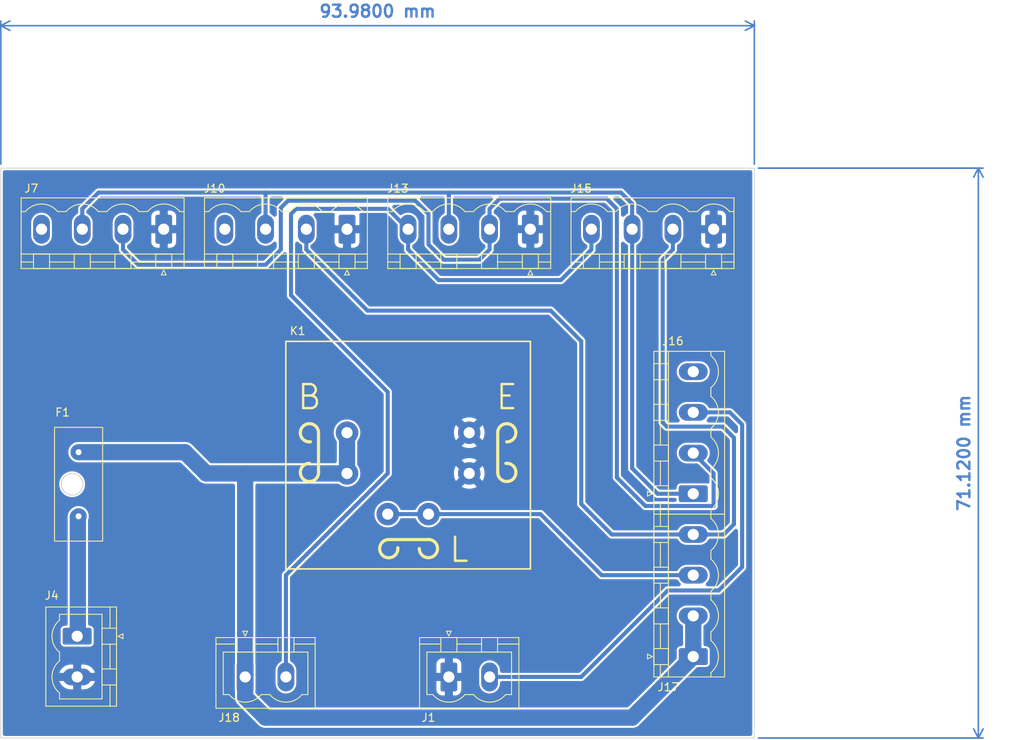
<source format=kicad_pcb>
(kicad_pcb (version 20211014) (generator pcbnew)

  (general
    (thickness 1.6)
  )

  (paper "A4")
  (layers
    (0 "F.Cu" signal)
    (31 "B.Cu" signal)
    (32 "B.Adhes" user "B.Adhesive")
    (33 "F.Adhes" user "F.Adhesive")
    (34 "B.Paste" user)
    (35 "F.Paste" user)
    (36 "B.SilkS" user "B.Silkscreen")
    (37 "F.SilkS" user "F.Silkscreen")
    (38 "B.Mask" user)
    (39 "F.Mask" user)
    (40 "Dwgs.User" user "User.Drawings")
    (41 "Cmts.User" user "User.Comments")
    (42 "Eco1.User" user "User.Eco1")
    (43 "Eco2.User" user "User.Eco2")
    (44 "Edge.Cuts" user)
    (45 "Margin" user)
    (46 "B.CrtYd" user "B.Courtyard")
    (47 "F.CrtYd" user "F.Courtyard")
    (48 "B.Fab" user)
    (49 "F.Fab" user)
    (50 "User.1" user)
    (51 "User.2" user)
    (52 "User.3" user)
    (53 "User.4" user)
    (54 "User.5" user)
    (55 "User.6" user)
    (56 "User.7" user)
    (57 "User.8" user)
    (58 "User.9" user)
  )

  (setup
    (stackup
      (layer "F.SilkS" (type "Top Silk Screen"))
      (layer "F.Paste" (type "Top Solder Paste"))
      (layer "F.Mask" (type "Top Solder Mask") (thickness 0.01))
      (layer "F.Cu" (type "copper") (thickness 0.035))
      (layer "dielectric 1" (type "core") (thickness 1.51) (material "FR4") (epsilon_r 4.5) (loss_tangent 0.02))
      (layer "B.Cu" (type "copper") (thickness 0.035))
      (layer "B.Mask" (type "Bottom Solder Mask") (thickness 0.01))
      (layer "B.Paste" (type "Bottom Solder Paste"))
      (layer "B.SilkS" (type "Bottom Silk Screen"))
      (copper_finish "None")
      (dielectric_constraints no)
    )
    (pad_to_mask_clearance 0)
    (pcbplotparams
      (layerselection 0x00010e0_ffffffff)
      (disableapertmacros false)
      (usegerberextensions false)
      (usegerberattributes true)
      (usegerberadvancedattributes true)
      (creategerberjobfile true)
      (svguseinch false)
      (svgprecision 6)
      (excludeedgelayer true)
      (plotframeref false)
      (viasonmask false)
      (mode 1)
      (useauxorigin false)
      (hpglpennumber 1)
      (hpglpenspeed 20)
      (hpglpendiameter 15.000000)
      (dxfpolygonmode true)
      (dxfimperialunits true)
      (dxfusepcbnewfont true)
      (psnegative false)
      (psa4output false)
      (plotreference true)
      (plotvalue true)
      (plotinvisibletext false)
      (sketchpadsonfab false)
      (subtractmaskfromsilk false)
      (outputformat 1)
      (mirror false)
      (drillshape 0)
      (scaleselection 1)
      (outputdirectory "")
    )
  )

  (net 0 "")
  (net 1 "GND1")
  (net 2 "Net-(F1-Pad2)")
  (net 3 "Net-(J13-Pad2)")
  (net 4 "Net-(J10-Pad2)")
  (net 5 "unconnected-(J7-Pad4)")
  (net 6 "unconnected-(J10-Pad4)")
  (net 7 "Net-(J10-Pad3)")
  (net 8 "Net-(J13-Pad4)")
  (net 9 "Net-(J1-Pad2)")
  (net 10 "Net-(J16-Pad3)")
  (net 11 "unconnected-(J17-Pad4)")
  (net 12 "/12V_5A")

  (footprint "circuit:Littelfuse_FuseHolder_FL1_178.6764.0001" (layer "F.Cu") (at 98.6 80.09 -90))

  (footprint "circuit:Generic_HeaderSocket_1x02_P5.08mm_Vertical_Open" (layer "F.Cu") (at 98.425 99.06 -90))

  (footprint "circuit:Generic_HeaderSocket_1x04_P5.08mm_Vertical_Open" (layer "F.Cu") (at 154.94 48.26 180))

  (footprint "circuit:Generic_HeaderSocket_1x04_P5.08mm_Vertical_Open" (layer "F.Cu") (at 177.8 48.26 180))

  (footprint "circuit:Generic_HeaderSocket_1x04_P5.08mm_Vertical_Open" (layer "F.Cu") (at 109.22 48.26 180))

  (footprint "circuit:Generic_HeaderSocket_1x04_P5.08mm_Vertical_Open" (layer "F.Cu") (at 175.26 101.6 90))

  (footprint "circuit:CF13JL-02" (layer "F.Cu") (at 139.7 81.28 180))

  (footprint "circuit:Generic_HeaderSocket_1x02_P5.08mm_Vertical_Open" (layer "F.Cu") (at 144.78 104.14))

  (footprint "circuit:Generic_HeaderSocket_1x02_P5.08mm_Vertical_Open" (layer "F.Cu") (at 119.38 104.14))

  (footprint "circuit:Generic_HeaderSocket_1x04_P5.08mm_Vertical_Open" (layer "F.Cu") (at 175.26 81.28 90))

  (footprint "circuit:Generic_HeaderSocket_1x04_P5.08mm_Vertical_Open" (layer "F.Cu") (at 132.08 48.26 180))

  (gr_rect (start 88.9 40.64) (end 182.88 111.76) (layer "Edge.Cuts") (width 0.1) (fill none) (tstamp baf93642-2aff-4fc6-b370-4199fa085aee))
  (dimension (type aligned) (layer "B.Cu") (tstamp 6e881731-b0ec-403c-8613-a19541dab5d9)
    (pts (xy 88.9 40.64) (xy 182.88 40.64))
    (height -17.78)
    (gr_text "93.9800 mm" (at 135.89 21.06) (layer "B.Cu") (tstamp 6e881731-b0ec-403c-8613-a19541dab5d9)
      (effects (font (size 1.5 1.5) (thickness 0.3)))
    )
    (format (units 3) (units_format 1) (precision 4))
    (style (thickness 0.2) (arrow_length 1.27) (text_position_mode 0) (extension_height 0.58642) (extension_offset 0.5) keep_text_aligned)
  )
  (dimension (type aligned) (layer "B.Cu") (tstamp af1f4209-9a36-4fb6-a68b-7dfdf35ca243)
    (pts (xy 182.88 40.64) (xy 182.88 111.76))
    (height -27.94)
    (gr_text "71.1200 mm" (at 209.02 76.2 90) (layer "B.Cu") (tstamp af1f4209-9a36-4fb6-a68b-7dfdf35ca243)
      (effects (font (size 1.5 1.5) (thickness 0.3)))
    )
    (format (units 3) (units_format 1) (precision 4))
    (style (thickness 0.2) (arrow_length 1.27) (text_position_mode 0) (extension_height 0.58642) (extension_offset 0.5) keep_text_aligned)
  )

  (segment (start 98.51 99.06) (end 98.51 84.18) (width 2.032) (layer "B.Cu") (net 2) (tstamp 83e40058-3df9-4fdb-9b6d-568ad546d96b))
  (segment (start 98.51 84.18) (end 98.6 84.09) (width 2.032) (layer "B.Cu") (net 2) (tstamp b11b994d-4902-4c6f-8069-32f4d46c1c7c))
  (segment (start 165.735 45.72) (end 164.465 44.45) (width 0.508) (layer "B.Cu") (net 3) (tstamp 0327b068-4c7d-4e98-8320-55acb6dac0d6))
  (segment (start 123.825 50.8) (end 121.92 52.705) (width 0.508) (layer "B.Cu") (net 3) (tstamp 08ab319b-e043-44c0-8976-9684dda2e7c0))
  (segment (start 144.145 52.07) (end 142.24 50.165) (width 0.508) (layer "B.Cu") (net 3) (tstamp 275a647b-b21b-4607-97aa-9040c7771074))
  (segment (start 165.735 79.248) (end 165.735 45.72) (width 0.508) (layer "B.Cu") (net 3) (tstamp 34e04f39-12db-4466-bb34-c312a14550f1))
  (segment (start 149.86 50.8) (end 148.59 52.07) (width 0.508) (layer "B.Cu") (net 3) (tstamp 361eb893-64cb-43f5-9e68-924fc44d0b92))
  (segment (start 149.86 48.26) (end 149.86 50.8) (width 0.508) (layer "B.Cu") (net 3) (tstamp 38fdb194-bbdc-4d63-8d56-784aeb79dd12))
  (segment (start 175.26 76.2) (end 177.8 78.74) (width 0.508) (layer "B.Cu") (net 3) (tstamp 4c8ff652-e9e1-49e4-9b39-52f321a07e45))
  (segment (start 121.92 52.705) (end 106.045 52.705) (width 0.508) (layer "B.Cu") (net 3) (tstamp 56eee566-be48-413c-9958-ca65e5287036))
  (segment (start 104.14 50.8) (end 104.14 48.26) (width 0.508) (layer "B.Cu") (net 3) (tstamp 775c2828-e301-4ae3-a368-d8bcf1f8e635))
  (segment (start 106.045 52.705) (end 104.14 50.8) (width 0.508) (layer "B.Cu") (net 3) (tstamp 8170d247-7060-4495-b58b-bec0ef5b5769))
  (segment (start 177.8 82.804) (end 169.291 82.804) (width 0.508) (layer "B.Cu") (net 3) (tstamp 83559fa6-e62f-49ef-9c12-2f3273736f60))
  (segment (start 151.13 44.45) (end 149.86 45.72) (width 0.508) (layer "B.Cu") (net 3) (tstamp 846844ba-f318-47b7-aae2-a66db7b4ee3f))
  (segment (start 123.825 45.593) (end 123.825 50.8) (width 0.508) (layer "B.Cu") (net 3) (tstamp 856f4cd5-2384-4f47-b253-232d559d491d))
  (segment (start 140.589 44.704) (end 124.714 44.704) (width 0.508) (layer "B.Cu") (net 3) (tstamp 8d013781-1a11-4ef6-9d51-4865f96877d7))
  (segment (start 169.291 82.804) (end 165.735 79.248) (width 0.508) (layer "B.Cu") (net 3) (tstamp 90c6543f-6965-4dd2-902e-1b41873e1880))
  (segment (start 142.24 46.355) (end 140.589 44.704) (width 0.508) (layer "B.Cu") (net 3) (tstamp a2933ae6-9e9b-48cc-b309-3a0b583edd93))
  (segment (start 124.714 44.704) (end 123.825 45.593) (width 0.508) (layer "B.Cu") (net 3) (tstamp a9158555-73ad-4f29-91ef-ac377aed634b))
  (segment (start 148.59 52.07) (end 144.145 52.07) (width 0.508) (layer "B.Cu") (net 3) (tstamp cd843815-33c1-4ade-b956-1595b057136b))
  (segment (start 177.8 78.74) (end 177.8 82.804) (width 0.508) (layer "B.Cu") (net 3) (tstamp d1ce9ef3-c548-4e75-bc03-9376f4622a15))
  (segment (start 142.24 50.165) (end 142.24 46.355) (width 0.508) (layer "B.Cu") (net 3) (tstamp d80381e0-1e1a-406d-a3dd-820b9698039f))
  (segment (start 164.465 44.45) (end 151.13 44.45) (width 0.508) (layer "B.Cu") (net 3) (tstamp f8c2c0d8-df08-432f-9866-583724415f3d))
  (segment (start 149.86 45.72) (end 149.86 48.26) (width 0.508) (layer "B.Cu") (net 3) (tstamp febc6cf7-6185-4d84-b810-e862eef83e61))
  (segment (start 171.958 72.898) (end 178.943 72.898) (width 0.508) (layer "B.Cu") (net 4) (tstamp 22806403-fa9f-4405-957e-9a20fbe736ea))
  (segment (start 161.29 62.23) (end 161.29 82.55) (width 0.508) (layer "B.Cu") (net 4) (tstamp 41128042-e32d-425e-bd5e-799206c9bbce))
  (segment (start 180.34 85.09) (end 179.07 86.36) (width 0.508) (layer "B.Cu") (net 4) (tstamp 4b53f9c9-a1f7-4916-b263-83adb3420eb4))
  (segment (start 127 50.8) (end 134.62 58.42) (width 0.508) (layer "B.Cu") (net 4) (tstamp 5bad393d-458f-4753-bea8-387b495d75f7))
  (segment (start 165.1 86.36) (end 175.26 86.36) (width 0.508) (layer "B.Cu") (net 4) (tstamp 61636ac5-a950-48be-b1ea-f251f0bdb566))
  (segment (start 134.62 58.42) (end 157.48 58.42) (width 0.508) (layer "B.Cu") (net 4) (tstamp 68dcf5b4-df45-48dd-9db1-d89424939a49))
  (segment (start 171.45 72.39) (end 171.958 72.898) (width 0.508) (layer "B.Cu") (net 4) (tstamp 71520d9c-5c7d-4779-a108-9a64e361f0b8))
  (segment (start 180.34 74.295) (end 180.34 85.09) (width 0.508) (layer "B.Cu") (net 4) (tstamp 7ae9341c-98d5-4456-bc1b-16ad7ece35d4))
  (segment (start 161.29 82.55) (end 165.1 86.36) (width 0.508) (layer "B.Cu") (net 4) (tstamp 7d03d341-7347-48c5-9de7-107e6886fa76))
  (segment (start 179.07 86.36) (end 175.26 86.36) (width 0.508) (layer "B.Cu") (net 4) (tstamp 8025555e-5f03-4268-a287-6136581969d0))
  (segment (start 171.45 52.07) (end 171.45 72.39) (width 0.508) (layer "B.Cu") (net 4) (tstamp 89596bf3-654b-4aa7-bad7-e2adf65ae120))
  (segment (start 172.72 48.26) (end 172.72 50.8) (width 0.508) (layer "B.Cu") (net 4) (tstamp b5b1acd1-f586-488a-a917-982d314fd2ef))
  (segment (start 178.943 72.898) (end 180.34 74.295) (width 0.508) (layer "B.Cu") (net 4) (tstamp c812c634-7ad3-4d59-b0f0-1ac8749d31a8))
  (segment (start 157.48 58.42) (end 161.29 62.23) (width 0.508) (layer "B.Cu") (net 4) (tstamp d86e911f-531a-489c-a0aa-c187509dfcd3))
  (segment (start 127 48.26) (end 127 50.8) (width 0.508) (layer "B.Cu") (net 4) (tstamp eb475801-6316-49b7-902b-9d45fc60de38))
  (segment (start 172.72 50.8) (end 171.45 52.07) (width 0.508) (layer "B.Cu") (net 4) (tstamp f6b88316-aecb-49e9-bb05-971331a21f16))
  (segment (start 170.815 81.28) (end 175.26 81.28) (width 0.508) (layer "B.Cu") (net 7) (tstamp 0c5feab3-49d0-4313-97e9-0a7bf5087335))
  (segment (start 167.64 48.26) (end 167.64 78.105) (width 0.508) (layer "B.Cu") (net 7) (tstamp 2f83732a-7a57-4462-9ead-8bedb4af7157))
  (segment (start 144.78 48.26) (end 144.78 43.688) (width 0.508) (layer "B.Cu") (net 7) (tstamp 57cd8fd9-1329-4d62-9144-5e89e8d102f8))
  (segment (start 99.06 45.72) (end 101.092 43.688) (width 0.508) (layer "B.Cu") (net 7) (tstamp 5a5e5b3f-28ee-4309-ade3-56c4a5176ecb))
  (segment (start 144.78 43.688) (end 121.92 43.688) (width 0.508) (layer "B.Cu") (net 7) (tstamp 85ce6f67-0fa9-44bd-80eb-73e907683c7a))
  (segment (start 167.64 78.105) (end 170.815 81.28) (width 0.508) (layer "B.Cu") (net 7) (tstamp a7a537cb-fc24-4979-acec-8372ec17246d))
  (segment (start 99.06 48.26) (end 99.06 45.72) (width 0.508) (layer "B.Cu") (net 7) (tstamp b4bc2af3-8965-4ff7-b786-da487fbdf10f))
  (segment (start 101.092 43.688) (end 121.92 43.688) (width 0.508) (layer "B.Cu") (net 7) (tstamp c46de116-60f2-4529-932b-9cfc76bde2f0))
  (segment (start 167.64 48.26) (end 167.64 45.085) (width 0.508) (layer "B.Cu") (net 7) (tstamp c96b642b-ca67-4115-963b-a9d88b80498c))
  (segment (start 166.243 43.688) (end 144.78 43.688) (width 0.508) (layer "B.Cu") (net 7) (tstamp e028f8aa-cddc-44fe-a1c6-562250e2a91e))
  (segment (start 121.92 48.26) (end 121.92 43.688) (width 0.508) (layer "B.Cu") (net 7) (tstamp ea1bc124-271f-475b-9f8b-b673277c5436))
  (segment (start 167.64 45.085) (end 166.243 43.688) (width 0.508) (layer "B.Cu") (net 7) (tstamp ea76e44d-e95e-48ce-b12b-cdc8e9584e40))
  (segment (start 139.7 48.26) (end 139.7 50.8) (width 0.508) (layer "B.Cu") (net 8) (tstamp 035851ed-370f-4c2f-9967-d14ed2400607))
  (segment (start 125.73 45.72) (end 137.16 45.72) (width 0.508) (layer "B.Cu") (net 8) (tstamp 42d53081-e50e-42cd-aacb-0aab568a9cea))
  (segment (start 125.095 56.515) (end 125.095 46.355) (width 0.508) (layer "B.Cu") (net 8) (tstamp 62d467cd-5685-49fe-b0dd-3b5be75f8ffd))
  (segment (start 125.095 46.355) (end 125.73 45.72) (width 0.508) (layer "B.Cu") (net 8) (tstamp 68b95fe5-4657-4aed-82c1-ec836bc70443))
  (segment (start 137.16 78.74) (end 137.16 68.58) (width 0.508) (layer "B.Cu") (net 8) (tstamp 6bf27104-1588-4f39-a907-37411f93ec5c))
  (segment (start 124.46 91.44) (end 137.16 78.74) (width 0.508) (layer "B.Cu") (net 8) (tstamp 98669dc9-091d-4b79-90fb-5dd2b45bf388))
  (segment (start 158.75 54.61) (end 162.56 50.8) (width 0.508) (layer "B.Cu") (net 8) (tstamp cb1b700e-b974-463c-a0e5-42a05ae323a0))
  (segment (start 124.46 104.14) (end 124.46 91.44) (width 0.508) (layer "B.Cu") (net 8) (tstamp d1dbb822-831a-40c5-806e-ad0ca403ad19))
  (segment (start 143.51 54.61) (end 158.75 54.61) (width 0.508) (layer "B.Cu") (net 8) (tstamp d4ff7244-ad81-445c-8828-90784f7dfe1c))
  (segment (start 162.56 50.8) (end 162.56 48.26) (width 0.508) (layer "B.Cu") (net 8) (tstamp d574a83e-38b6-4477-ada3-cdb971e84822))
  (segment (start 137.16 45.72) (end 139.7 48.26) (width 0.508) (layer "B.Cu") (net 8) (tstamp e0231a36-f91f-4dbd-ac04-dd02f49ce6c2))
  (segment (start 137.16 68.58) (end 125.095 56.515) (width 0.508) (layer "B.Cu") (net 8) (tstamp e31b825e-63c4-4ae1-b2f9-f010d2f97d9b))
  (segment (start 139.7 50.8) (end 143.51 54.61) (width 0.508) (layer "B.Cu") (net 8) (tstamp e74e494e-dcc4-418b-a0de-37eacbf8edec))
  (segment (start 179.832 71.12) (end 181.356 72.644) (width 0.508) (layer "B.Cu") (net 9) (tstamp 1ee408c8-9501-4f49-a794-6a73b6b260ac))
  (segment (start 181.356 90.424) (end 178.435 93.345) (width 0.508) (layer "B.Cu") (net 9) (tstamp 60b04837-819a-4aa9-b519-e6525f655517))
  (segment (start 161.29 104.14) (end 149.86 104.14) (width 0.508) (layer "B.Cu") (net 9) (tstamp 73b44a80-dcbd-444f-8170-075866e83468))
  (segment (start 175.26 71.12) (end 179.832 71.12) (width 0.508) (layer "B.Cu") (net 9) (tstamp 7968c09b-b695-414e-93f4-6879d6b22664))
  (segment (start 178.435 93.345) (end 172.085 93.345) (width 0.508) (layer "B.Cu") (net 9) (tstamp b9002fa7-93e6-41b6-a347-c353fd935317))
  (segment (start 172.085 93.345) (end 161.29 104.14) (width 0.508) (layer "B.Cu") (net 9) (tstamp c886c39e-2f9f-4851-878b-cbb1c3763cfd))
  (segment (start 181.356 72.644) (end 181.356 90.424) (width 0.508) (layer "B.Cu") (net 9) (tstamp d9f14d57-5302-425d-a833-3caa3990a0da))
  (segment (start 142.24 83.82) (end 156.21 83.82) (width 0.508) (layer "B.Cu") (net 10) (tstamp 166e3727-ea13-4078-9587-ebae07917d46))
  (segment (start 156.21 83.82) (end 163.83 91.44) (width 0.508) (layer "B.Cu") (net 10) (tstamp 3db6f99b-cc98-4688-9cfd-8cc4b9de457f))
  (segment (start 137.16 83.82) (end 142.24 83.82) (width 0.508) (layer "B.Cu") (net 10) (tstamp 7ef2ad13-0397-4b3f-9952-ae58453dcf25))
  (segment (start 163.83 91.44) (end 175.26 91.44) (width 0.508) (layer "B.Cu") (net 10) (tstamp 8faf1bd2-a428-47ff-b908-13272a0e14a6))
  (segment (start 175.26 96.52) (end 175.26 101.6) (width 2.032) (layer "B.Cu") (net 12) (tstamp 1529d261-cfdd-469d-8c77-a3baac5fe65c))
  (segment (start 111.87 76.09) (end 98.6 76.09) (width 2.032) (layer "B.Cu") (net 12) (tstamp 1d006995-ecf6-40bc-9ccd-8f6f85e0c2cf))
  (segment (start 119.38 106.68) (end 121.92 109.22) (width 2.032) (layer "B.Cu") (net 12) (tstamp 1ef481e5-7b58-4d2f-b4d6-abedb3b2a446))
  (segment (start 114.52 78.74) (end 119.38 78.74) (width 2.032) (layer "B.Cu") (net 12) (tstamp 21866b86-b407-4890-99ba-c005987b61c4))
  (segment (start 121.92 109.22) (end 167.64 109.22) (width 2.032) (layer "B.Cu") (net 12) (tstamp 5225d2fe-df37-4801-955e-1139c3a36848))
  (segment (start 119.38 104.14) (end 119.38 78.74) (width 2.032) (layer "B.Cu") (net 12) (tstamp 59fe66d1-b624-4e01-8135-43750068eb8e))
  (segment (start 119.38 78.74) (end 132.08 78.74) (width 2.032) (layer "B.Cu") (net 12) (tstamp 84a46f41-d68f-4cda-ad6b-4896aeade3f1))
  (segment (start 132.08 78.74) (end 132.08 73.66) (width 2.032) (layer "B.Cu") (net 12) (tstamp 900899e4-c083-40a5-8a0f-e1fd21dac507))
  (segment (start 111.87 76.09) (end 114.52 78.74) (width 2.032) (layer "B.Cu") (net 12) (tstamp 933c9c39-c18f-4a8d-8455-cdb273965729))
  (segment (start 167.64 109.22) (end 175.26 101.6) (width 2.032) (layer "B.Cu") (net 12) (tstamp 9473b439-4def-4880-99bc-cc6ddde00412))
  (segment (start 119.38 104.14) (end 119.38 106.68) (width 2.032) (layer "B.Cu") (net 12) (tstamp ff08119c-8c68-451d-9937-3e2276b97834))

  (zone (net 1) (net_name "GND1") (layer "B.Cu") (tstamp c8a69dad-8d20-4ddc-a5c3-56d29cf8532f) (hatch edge 0.508)
    (connect_pads (clearance 0.254))
    (min_thickness 0.508) (filled_areas_thickness no)
    (fill yes (thermal_gap 0.508) (thermal_bridge_width 1.016) (island_removal_mode 1) (island_area_min 0))
    (polygon
      (pts
        (xy 182.88 111.76)
        (xy 88.9 111.76)
        (xy 88.9 40.64)
        (xy 182.88 40.64)
      )
    )
    (filled_polygon
      (layer "B.Cu")
      (pts
        (xy 182.469319 40.913758)
        (xy 182.551398 40.968602)
        (xy 182.606242 41.050681)
        (xy 182.6255 41.1475)
        (xy 182.6255 111.2525)
        (xy 182.606242 111.349319)
        (xy 182.551398 111.431398)
        (xy 182.469319 111.486242)
        (xy 182.3725 111.5055)
        (xy 89.4075 111.5055)
        (xy 89.310681 111.486242)
        (xy 89.228602 111.431398)
        (xy 89.173758 111.349319)
        (xy 89.1545 111.2525)
        (xy 89.1545 104.6555)
        (xy 96.203396 104.6555)
        (xy 96.204687 104.664808)
        (xy 96.206602 104.671573)
        (xy 96.21366 104.690552)
        (xy 96.310349 104.897901)
        (xy 96.320355 104.915515)
        (xy 96.44895 105.104736)
        (xy 96.461637 105.120516)
        (xy 96.618834 105.286747)
        (xy 96.63389 105.300304)
        (xy 96.815639 105.439261)
        (xy 96.832659 105.450229)
        (xy 97.034292 105.558344)
        (xy 97.052849 105.566451)
        (xy 97.269165 105.640936)
        (xy 97.288794 105.645975)
        (xy 97.5164 105.685289)
        (xy 97.53219 105.687005)
        (xy 97.551256 105.687871)
        (xy 97.556965 105.688)
        (xy 97.892082 105.688)
        (xy 97.912866 105.683866)
        (xy 97.917 105.663082)
        (xy 98.933 105.663082)
        (xy 98.937134 105.683866)
        (xy 98.957918 105.688)
        (xy 99.242516 105.688)
        (xy 99.25265 105.687593)
        (xy 99.423176 105.673873)
        (xy 99.443167 105.670635)
        (xy 99.665341 105.616064)
        (xy 99.684569 105.609668)
        (xy 99.895167 105.520274)
        (xy 99.913111 105.510893)
        (xy 100.106702 105.388983)
        (xy 100.12293 105.376843)
        (xy 100.294544 105.225545)
        (xy 100.308605 105.210984)
        (xy 100.453828 105.034186)
        (xy 100.465382 105.017562)
        (xy 100.580471 104.81982)
        (xy 100.589217 104.801565)
        (xy 100.639235 104.671264)
        (xy 100.642667 104.65129)
        (xy 100.624916 104.648)
        (xy 98.957918 104.648)
        (xy 98.937134 104.652134)
        (xy 98.933 104.672918)
        (xy 98.933 105.663082)
        (xy 97.917 105.663082)
        (xy 97.917 104.672918)
        (xy 97.912866 104.652134)
        (xy 97.892082 104.648)
        (xy 96.224849 104.648)
        (xy 96.204065 104.652134)
        (xy 96.203396 104.6555)
        (xy 89.1545 104.6555)
        (xy 89.1545 103.62871)
        (xy 96.207333 103.62871)
        (xy 96.225084 103.632)
        (xy 97.892082 103.632)
        (xy 97.912866 103.627866)
        (xy 97.917 103.607082)
        (xy 98.933 103.607082)
        (xy 98.937134 103.627866)
        (xy 98.957918 103.632)
        (xy 100.625151 103.632)
        (xy 100.645935 103.627866)
        (xy 100.646604 103.6245)
        (xy 100.645313 103.615192)
        (xy 100.643398 103.608427)
        (xy 100.63634 103.589448)
        (xy 100.539651 103.382099)
        (xy 100.529645 103.364485)
        (xy 100.40105 103.175264)
        (xy 100.388363 103.159484)
        (xy 100.231166 102.993253)
        (xy 100.21611 102.979696)
        (xy 100.034361 102.840739)
        (xy 100.017341 102.829771)
        (xy 99.815708 102.721656)
        (xy 99.797151 102.713549)
        (xy 99.580835 102.639064)
        (xy 99.561206 102.634025)
        (xy 99.3336 102.594711)
        (xy 99.31781 102.592995)
        (xy 99.298744 102.592129)
        (xy 99.293035 102.592)
        (xy 98.957918 102.592)
        (xy 98.937134 102.596134)
        (xy 98.933 102.616918)
        (xy 98.933 103.607082)
        (xy 97.917 103.607082)
        (xy 97.917 102.616918)
        (xy 97.912866 102.596134)
        (xy 97.892082 102.592)
        (xy 97.607484 102.592)
        (xy 97.59735 102.592407)
        (xy 97.426824 102.606127)
        (xy 97.406833 102.609365)
        (xy 97.184659 102.663936)
        (xy 97.165431 102.670332)
        (xy 96.954833 102.759726)
        (xy 96.936889 102.769107)
        (xy 96.743298 102.891017)
        (xy 96.72707 102.903157)
        (xy 96.555456 103.054455)
        (xy 96.541395 103.069016)
        (xy 96.396172 103.245814)
        (xy 96.384618 103.262438)
        (xy 96.269529 103.46018)
        (xy 96.260783 103.478435)
        (xy 96.210765 103.608736)
        (xy 96.207333 103.62871)
        (xy 89.1545 103.62871)
        (xy 89.1545 98.222243)
        (xy 96.3705 98.222243)
        (xy 96.370501 99.897756)
        (xy 96.377202 99.959449)
        (xy 96.427929 100.094765)
        (xy 96.514596 100.210404)
        (xy 96.630235 100.297071)
        (xy 96.647111 100.303398)
        (xy 96.647114 100.303399)
        (xy 96.698761 100.32276)
        (xy 96.765551 100.347798)
        (xy 96.781319 100.349511)
        (xy 96.820429 100.35376)
        (xy 96.820434 100.35376)
        (xy 96.827243 100.3545)
        (xy 96.834096 100.3545)
        (xy 98.4264 100.354499)
        (xy 100.022756 100.354499)
        (xy 100.029547 100.353761)
        (xy 100.029554 100.353761)
        (xy 100.049585 100.351585)
        (xy 100.084449 100.347798)
        (xy 100.151239 100.32276)
        (xy 100.202886 100.303399)
        (xy 100.202889 100.303398)
        (xy 100.219765 100.297071)
        (xy 100.335404 100.210404)
        (xy 100.422071 100.094765)
        (xy 100.472798 99.959449)
        (xy 100.4795 99.897757)
        (xy 100.479499 98.222244)
        (xy 100.472798 98.160551)
        (xy 100.422071 98.025235)
        (xy 100.335404 97.909596)
        (xy 100.219765 97.822929)
        (xy 100.202889 97.816602)
        (xy 100.202886 97.816601)
        (xy 100.151239 97.79724)
        (xy 100.084449 97.772202)
        (xy 100.068681 97.770489)
        (xy 100.02957 97.76624)
        (xy 100.029567 97.76624)
        (xy 100.022757 97.7655)
        (xy 100.018989 97.7655)
        (xy 99.924182 97.741246)
        (xy 99.845189 97.682044)
        (xy 99.794865 97.597119)
        (xy 99.7805 97.513082)
        (xy 99.7805 84.606192)
        (xy 99.795012 84.521739)
        (xy 99.831796 84.417864)
        (xy 99.835559 84.407238)
        (xy 99.872209 84.183425)
        (xy 99.868647 83.95666)
        (xy 99.824984 83.73411)
        (xy 99.820894 83.723619)
        (xy 99.820892 83.723613)
        (xy 99.746698 83.533314)
        (xy 99.742602 83.522808)
        (xy 99.693872 83.443288)
        (xy 99.629987 83.339038)
        (xy 99.629986 83.339036)
        (xy 99.624102 83.329435)
        (xy 99.609018 83.312505)
        (xy 99.480729 83.168516)
        (xy 99.480726 83.168514)
        (xy 99.473232 83.160102)
        (xy 99.367134 83.07691)
        (xy 99.303625 83.027113)
        (xy 99.303623 83.027112)
        (xy 99.294761 83.020163)
        (xy 99.257526 83.000448)
        (xy 99.104286 82.919311)
        (xy 99.104281 82.919309)
        (xy 99.094328 82.914039)
        (xy 98.992532 82.881552)
        (xy 98.889001 82.848511)
        (xy 98.888997 82.84851)
        (xy 98.878271 82.845087)
        (xy 98.867103 82.843617)
        (xy 98.8671 82.843616)
        (xy 98.664593 82.816955)
        (xy 98.66459 82.816955)
        (xy 98.653418 82.815484)
        (xy 98.599023 82.818049)
        (xy 98.438128 82.825637)
        (xy 98.438124 82.825638)
        (xy 98.426877 82.826168)
        (xy 98.415902 82.828682)
        (xy 98.415899 82.828682)
        (xy 98.216788 82.874284)
        (xy 98.205807 82.876799)
        (xy 97.997198 82.965779)
        (xy 97.987787 82.971961)
        (xy 97.829811 83.075731)
        (xy 97.807642 83.090293)
        (xy 97.764593 83.128649)
        (xy 97.682688 83.210554)
        (xy 97.657804 83.232376)
        (xy 97.646553 83.241009)
        (xy 97.638973 83.249339)
        (xy 97.638969 83.249343)
        (xy 97.593193 83.299651)
        (xy 97.584964 83.308277)
        (xy 97.570937 83.322304)
        (xy 97.557336 83.33857)
        (xy 97.555722 83.340501)
        (xy 97.548759 83.348483)
        (xy 97.543235 83.354554)
        (xy 97.493919 83.408752)
        (xy 97.487934 83.418293)
        (xy 97.484519 83.422792)
        (xy 97.472965 83.438695)
        (xy 97.469738 83.443338)
        (xy 97.462514 83.451978)
        (xy 97.456933 83.461763)
        (xy 97.45693 83.461767)
        (xy 97.422141 83.522759)
        (xy 97.416719 83.531821)
        (xy 97.373401 83.600874)
        (xy 97.369199 83.611327)
        (xy 97.366635 83.616359)
        (xy 97.358083 83.63405)
        (xy 97.355731 83.639187)
        (xy 97.350146 83.648978)
        (xy 97.322947 83.725786)
        (xy 97.319202 83.735697)
        (xy 97.293014 83.800843)
        (xy 97.28881 83.811301)
        (xy 97.286524 83.822337)
        (xy 97.284889 83.827754)
        (xy 97.279597 83.846707)
        (xy 97.278201 83.852144)
        (xy 97.274441 83.862762)
        (xy 97.272621 83.873875)
        (xy 97.27262 83.87388)
        (xy 97.261271 83.943189)
        (xy 97.259339 83.953611)
        (xy 97.242819 84.033382)
        (xy 97.242285 84.042644)
        (xy 97.242284 84.042652)
        (xy 97.24158 84.054856)
        (xy 97.240218 84.0672)
        (xy 97.239611 84.07546)
        (xy 97.237791 84.086575)
        (xy 97.237968 84.097835)
        (xy 97.239469 84.1934)
        (xy 97.2395 84.197374)
        (xy 97.2395 97.512501)
        (xy 97.220242 97.60932)
        (xy 97.165398 97.691399)
        (xy 97.083319 97.746243)
        (xy 96.9865 97.765501)
        (xy 96.827244 97.765501)
        (xy 96.820453 97.766239)
        (xy 96.820446 97.766239)
        (xy 96.800415 97.768415)
        (xy 96.765551 97.772202)
        (xy 96.698761 97.79724)
        (xy 96.647114 97.816601)
        (xy 96.647111 97.816602)
        (xy 96.630235 97.822929)
        (xy 96.514596 97.909596)
        (xy 96.427929 98.025235)
        (xy 96.377202 98.160551)
        (xy 96.3705 98.222243)
        (xy 89.1545 98.222243)
        (xy 89.1545 80.09)
        (xy 96.190539 80.09)
        (xy 96.210354 80.341775)
        (xy 96.269312 80.587351)
        (xy 96.36596 80.82068)
        (xy 96.497919 81.036017)
        (xy 96.504372 81.043573)
        (xy 96.504376 81.043578)
        (xy 96.617584 81.176128)
        (xy 96.661939 81.228061)
        (xy 96.669498 81.234517)
        (xy 96.846422 81.385624)
        (xy 96.846427 81.385628)
        (xy 96.853983 81.392081)
        (xy 97.06932 81.52404)
        (xy 97.302649 81.620688)
        (xy 97.548225 81.679646)
        (xy 97.8 81.699461)
        (xy 98.051775 81.679646)
        (xy 98.297351 81.620688)
        (xy 98.53068 81.52404)
        (xy 98.746017 81.392081)
        (xy 98.753573 81.385628)
        (xy 98.753578 81.385624)
        (xy 98.930502 81.234517)
        (xy 98.938061 81.228061)
        (xy 98.982416 81.176128)
        (xy 99.095624 81.043578)
        (xy 99.095628 81.043573)
        (xy 99.102081 81.036017)
        (xy 99.23404 80.82068)
        (xy 99.330688 80.587351)
        (xy 99.389646 80.341775)
        (xy 99.409461 80.09)
        (xy 99.389646 79.838225)
        (xy 99.330688 79.592649)
        (xy 99.23404 79.35932)
        (xy 99.102081 79.143983)
        (xy 99.095628 79.136427)
        (xy 99.095624 79.136422)
        (xy 98.944517 78.959498)
        (xy 98.938061 78.951939)
        (xy 98.884876 78.906515)
        (xy 98.753578 78.794376)
        (xy 98.753573 78.794372)
        (xy 98.746017 78.787919)
        (xy 98.53068 78.65596)
        (xy 98.297351 78.559312)
        (xy 98.051775 78.500354)
        (xy 97.8 78.480539)
        (xy 97.548225 78.500354)
        (xy 97.302649 78.559312)
        (xy 97.06932 78.65596)
        (xy 96.853983 78.787919)
        (xy 96.846427 78.794372)
        (xy 96.846422 78.794376)
        (xy 96.715124 78.906515)
        (xy 96.661939 78.951939)
        (xy 96.655483 78.959498)
        (xy 96.504376 79.136422)
        (xy 96.504372 79.136427)
        (xy 96.497919 79.143983)
        (xy 96.36596 79.35932)
        (xy 96.269312 79.592649)
        (xy 96.210354 79.838225)
        (xy 96.192796 80.061323)
        (xy 96.190539 80.09)
        (xy 89.1545 80.09)
        (xy 89.1545 76.130069)
        (xy 97.324994 76.130069)
        (xy 97.352241 76.355219)
        (xy 97.418927 76.571987)
        (xy 97.424095 76.581999)
        (xy 97.424095 76.582)
        (xy 97.461489 76.654448)
        (xy 97.522946 76.773519)
        (xy 97.661009 76.953447)
        (xy 97.669338 76.961026)
        (xy 97.669341 76.961029)
        (xy 97.820418 77.098498)
        (xy 97.828752 77.106081)
        (xy 97.858475 77.124726)
        (xy 98.011331 77.220613)
        (xy 98.011334 77.220614)
        (xy 98.020874 77.226599)
        (xy 98.231301 77.31119)
        (xy 98.242329 77.313474)
        (xy 98.242333 77.313475)
        (xy 98.327717 77.331157)
        (xy 98.453382 77.357181)
        (xy 98.462651 77.357715)
        (xy 98.462655 77.357716)
        (xy 98.485355 77.359025)
        (xy 98.510944 77.3605)
        (xy 111.238946 77.3605)
        (xy 111.335765 77.379758)
        (xy 111.417844 77.434602)
        (xy 112.485893 78.502652)
        (xy 113.550554 79.567313)
        (xy 113.572374 79.592194)
        (xy 113.581009 79.603447)
        (xy 113.589338 79.611026)
        (xy 113.589341 79.611029)
        (xy 113.63965 79.656806)
        (xy 113.648276 79.665035)
        (xy 113.662304 79.679063)
        (xy 113.67857 79.692664)
        (xy 113.680501 79.694278)
        (xy 113.688483 79.701241)
        (xy 113.704152 79.715498)
        (xy 113.748752 79.756081)
        (xy 113.758293 79.762066)
        (xy 113.762792 79.765481)
        (xy 113.778695 79.777035)
        (xy 113.783338 79.780262)
        (xy 113.791978 79.787486)
        (xy 113.801763 79.793067)
        (xy 113.801767 79.79307)
        (xy 113.862759 79.827859)
        (xy 113.871821 79.833281)
        (xy 113.940874 79.876599)
        (xy 113.951327 79.880801)
        (xy 113.956359 79.883365)
        (xy 113.97405 79.891917)
        (xy 113.979187 79.894269)
        (xy 113.988978 79.899854)
        (xy 114.027587 79.913526)
        (xy 114.065786 79.927053)
        (xy 114.075697 79.930798)
        (xy 114.11236 79.945536)
        (xy 114.151301 79.96119)
        (xy 114.162337 79.963476)
        (xy 114.167754 79.965111)
        (xy 114.186707 79.970403)
        (xy 114.192144 79.971799)
        (xy 114.202762 79.975559)
        (xy 114.213875 79.977379)
        (xy 114.21388 79.97738)
        (xy 114.283189 79.988729)
        (xy 114.293611 79.990661)
        (xy 114.364298 80.0053)
        (xy 114.364301 80.0053)
        (xy 114.373382 80.007181)
        (xy 114.382644 80.007715)
        (xy 114.382652 80.007716)
        (xy 114.394856 80.00842)
        (xy 114.4072 80.009782)
        (xy 114.41546 80.010389)
        (xy 114.426575 80.012209)
        (xy 114.533401 80.010531)
        (xy 114.537374 80.0105)
        (xy 117.8565 80.0105)
        (xy 117.953319 80.029758)
        (xy 118.035398 80.084602)
        (xy 118.090242 80.166681)
        (xy 118.1095 80.2635)
        (xy 118.1095 102.388544)
        (xy 118.098439 102.449552)
        (xy 118.101439 102.450265)
        (xy 118.097769 102.465702)
        (xy 118.092202 102.480551)
        (xy 118.090489 102.496319)
        (xy 118.08649 102.533133)
        (xy 118.0855 102.542243)
        (xy 118.085501 105.737756)
        (xy 118.086239 105.744547)
        (xy 118.086239 105.744554)
        (xy 118.088415 105.764585)
        (xy 118.092202 105.799449)
        (xy 118.097769 105.814299)
        (xy 118.101439 105.829735)
        (xy 118.098439 105.830448)
        (xy 118.1095 105.891456)
        (xy 118.1095 106.579499)
        (xy 118.107335 106.612521)
        (xy 118.105484 106.626582)
        (xy 118.106015 106.637839)
        (xy 118.109219 106.705778)
        (xy 118.1095 106.717697)
        (xy 118.1095 106.737535)
        (xy 118.111609 106.761161)
        (xy 118.112329 106.771728)
        (xy 118.116168 106.853123)
        (xy 118.118684 106.864108)
        (xy 118.119453 106.869721)
        (xy 118.122518 106.889077)
        (xy 118.123524 106.894669)
        (xy 118.124526 106.905895)
        (xy 118.127501 106.916768)
        (xy 118.146028 106.984493)
        (xy 118.14861 106.994773)
        (xy 118.166799 107.074193)
        (xy 118.171217 107.08455)
        (xy 118.172966 107.089934)
        (xy 118.179426 107.108482)
        (xy 118.181396 107.11378)
        (xy 118.18437 107.124651)
        (xy 118.189219 107.134817)
        (xy 118.189222 107.134825)
        (xy 118.219458 107.198216)
        (xy 118.223818 107.207872)
        (xy 118.251355 107.272431)
        (xy 118.255779 107.282802)
        (xy 118.261969 107.292224)
        (xy 118.264651 107.297227)
        (xy 118.27429 107.314335)
        (xy 118.277157 107.319183)
        (xy 118.282007 107.329351)
        (xy 118.288585 107.338505)
        (xy 118.329549 107.395512)
        (xy 118.335553 107.404247)
        (xy 118.380293 107.472358)
        (xy 118.394605 107.48842)
        (xy 118.40235 107.498089)
        (xy 118.407775 107.504375)
        (xy 118.414351 107.513526)
        (xy 118.422446 107.52137)
        (xy 118.422448 107.521373)
        (xy 118.491047 107.58785)
        (xy 118.493879 107.590637)
        (xy 120.950552 110.04731)
        (xy 120.972371 110.07219)
        (xy 120.981009 110.083447)
        (xy 120.989338 110.091026)
        (xy 120.989341 110.091029)
        (xy 121.039661 110.136816)
        (xy 121.048287 110.145045)
        (xy 121.062304 110.159062)
        (xy 121.066624 110.162674)
        (xy 121.080498 110.174275)
        (xy 121.088481 110.181239)
        (xy 121.148752 110.236081)
        (xy 121.158303 110.242072)
        (xy 121.162788 110.245477)
        (xy 121.178722 110.257054)
        (xy 121.183334 110.26026)
        (xy 121.191977 110.267486)
        (xy 121.201754 110.273063)
        (xy 121.201763 110.273069)
        (xy 121.262778 110.307871)
        (xy 121.271832 110.313289)
        (xy 121.340874 110.356599)
        (xy 121.351335 110.360804)
        (xy 121.356351 110.36336)
        (xy 121.374084 110.371933)
        (xy 121.379182 110.374267)
        (xy 121.388977 110.379854)
        (xy 121.465799 110.407058)
        (xy 121.475687 110.410794)
        (xy 121.551301 110.44119)
        (xy 121.562328 110.443474)
        (xy 121.567718 110.445101)
        (xy 121.586679 110.450394)
        (xy 121.592137 110.451796)
        (xy 121.602762 110.455558)
        (xy 121.613879 110.457378)
        (xy 121.613889 110.457381)
        (xy 121.68318 110.468728)
        (xy 121.693599 110.470659)
        (xy 121.741348 110.480547)
        (xy 121.773382 110.487181)
        (xy 121.782642 110.487715)
        (xy 121.782651 110.487716)
        (xy 121.794855 110.48842)
        (xy 121.807199 110.489782)
        (xy 121.815462 110.490389)
        (xy 121.826575 110.492209)
        (xy 121.933401 110.490531)
        (xy 121.937374 110.4905)
        (xy 167.539499 110.4905)
        (xy 167.572521 110.492665)
        (xy 167.586582 110.494516)
        (xy 167.665778 110.490781)
        (xy 167.677697 110.4905)
        (xy 167.697535 110.4905)
        (xy 167.721184 110.488389)
        (xy 167.731728 110.487671)
        (xy 167.801868 110.484363)
        (xy 167.80187 110.484363)
        (xy 167.813123 110.483832)
        (xy 167.824108 110.481316)
        (xy 167.829721 110.480547)
        (xy 167.849077 110.477482)
        (xy 167.854669 110.476476)
        (xy 167.865895 110.475474)
        (xy 167.944493 110.453972)
        (xy 167.954773 110.45139)
        (xy 168.023212 110.435716)
        (xy 168.023213 110.435716)
        (xy 168.034193 110.433201)
        (xy 168.04455 110.428783)
        (xy 168.049934 110.427034)
        (xy 168.068482 110.420574)
        (xy 168.07378 110.418604)
        (xy 168.084651 110.41563)
        (xy 168.094817 110.410781)
        (xy 168.094825 110.410778)
        (xy 168.158216 110.380542)
        (xy 168.167872 110.376182)
        (xy 168.232431 110.348645)
        (xy 168.232435 110.348643)
        (xy 168.242802 110.344221)
        (xy 168.252224 110.338031)
        (xy 168.257227 110.335349)
        (xy 168.274335 110.32571)
        (xy 168.279183 110.322843)
        (xy 168.289351 110.317993)
        (xy 168.355512 110.270451)
        (xy 168.364247 110.264447)
        (xy 168.424606 110.224799)
        (xy 168.432358 110.219707)
        (xy 168.44842 110.205395)
        (xy 168.458089 110.19765)
        (xy 168.464375 110.192225)
        (xy 168.473526 110.185649)
        (xy 168.484549 110.174275)
        (xy 168.54785 110.108953)
        (xy 168.550637 110.106121)
        (xy 175.688157 102.968601)
        (xy 175.770236 102.913757)
        (xy 175.867055 102.894499)
        (xy 176.857756 102.894499)
        (xy 176.864547 102.893761)
        (xy 176.864554 102.893761)
        (xy 176.884585 102.891585)
        (xy 176.919449 102.887798)
        (xy 176.986239 102.86276)
        (xy 177.037886 102.843399)
        (xy 177.037889 102.843398)
        (xy 177.054765 102.837071)
        (xy 177.170404 102.750404)
        (xy 177.257071 102.634765)
        (xy 177.263762 102.616918)
        (xy 177.289186 102.549096)
        (xy 177.307798 102.499449)
        (xy 177.3145 102.437757)
        (xy 177.314499 100.762244)
        (xy 177.307798 100.700551)
        (xy 177.257071 100.565235)
        (xy 177.170404 100.449596)
        (xy 177.054765 100.362929)
        (xy 177.037889 100.356602)
        (xy 177.037886 100.356601)
        (xy 176.986239 100.33724)
        (xy 176.919449 100.312202)
        (xy 176.903681 100.310489)
        (xy 176.864571 100.30624)
        (xy 176.864566 100.30624)
        (xy 176.857757 100.3055)
        (xy 176.7835 100.3055)
        (xy 176.686681 100.286242)
        (xy 176.604602 100.231398)
        (xy 176.549758 100.149319)
        (xy 176.5305 100.0525)
        (xy 176.5305 97.870689)
        (xy 176.549758 97.77387)
        (xy 176.604602 97.691791)
        (xy 176.657004 97.651582)
        (xy 176.659701 97.650025)
        (xy 176.669722 97.645352)
        (xy 176.855267 97.515433)
        (xy 177.015433 97.355267)
        (xy 177.021763 97.346227)
        (xy 177.021767 97.346222)
        (xy 177.139019 97.178767)
        (xy 177.145352 97.169723)
        (xy 177.241079 96.964436)
        (xy 177.299704 96.745646)
        (xy 177.319445 96.52)
        (xy 177.299704 96.294354)
        (xy 177.241079 96.075564)
        (xy 177.145352 95.870278)
        (xy 177.015433 95.684733)
        (xy 176.855267 95.524567)
        (xy 176.669722 95.394648)
        (xy 176.464436 95.298921)
        (xy 176.453765 95.296062)
        (xy 176.453763 95.296061)
        (xy 176.392713 95.279703)
        (xy 176.245646 95.240296)
        (xy 176.161612 95.232944)
        (xy 176.082026 95.225981)
        (xy 176.082016 95.225981)
        (xy 176.076523 95.2255)
        (xy 174.443477 95.2255)
        (xy 174.437984 95.225981)
        (xy 174.437974 95.225981)
        (xy 174.358388 95.232944)
        (xy 174.274354 95.240296)
        (xy 174.127287 95.279703)
        (xy 174.066237 95.296061)
        (xy 174.066235 95.296062)
        (xy 174.055564 95.298921)
        (xy 173.850278 95.394648)
        (xy 173.664733 95.524567)
        (xy 173.504567 95.684733)
        (xy 173.498237 95.693773)
        (xy 173.498233 95.693778)
        (xy 173.421596 95.803229)
        (xy 173.374648 95.870277)
        (xy 173.278921 96.075564)
        (xy 173.220296 96.294354)
        (xy 173.200555 96.52)
        (xy 173.220296 96.745646)
        (xy 173.278921 96.964436)
        (xy 173.374648 97.169722)
        (xy 173.504567 97.355267)
        (xy 173.664733 97.515433)
        (xy 173.850278 97.645352)
        (xy 173.860299 97.650025)
        (xy 173.862996 97.651582)
        (xy 173.937215 97.716668)
        (xy 173.980878 97.805203)
        (xy 173.9895 97.870689)
        (xy 173.9895 100.052501)
        (xy 173.970242 100.14932)
        (xy 173.915398 100.231399)
        (xy 173.833319 100.286243)
        (xy 173.7365 100.305501)
        (xy 173.662244 100.305501)
        (xy 173.655453 100.306239)
        (xy 173.655446 100.306239)
        (xy 173.635415 100.308415)
        (xy 173.600551 100.312202)
        (xy 173.533761 100.33724)
        (xy 173.482114 100.356601)
        (xy 173.482111 100.356602)
        (xy 173.465235 100.362929)
        (xy 173.349596 100.449596)
        (xy 173.262929 100.565235)
        (xy 173.212202 100.700551)
        (xy 173.2055 100.762243)
        (xy 173.2055 100.769096)
        (xy 173.205501 101.752945)
        (xy 173.186243 101.849764)
        (xy 173.131399 101.931843)
        (xy 167.187843 107.875398)
        (xy 167.105764 107.930242)
        (xy 167.008945 107.9495)
        (xy 122.551054 107.9495)
        (xy 122.454235 107.930242)
        (xy 122.372156 107.875398)
        (xy 120.724602 106.227843)
        (xy 120.669758 106.145764)
        (xy 120.6505 106.048945)
        (xy 120.6505 105.891456)
        (xy 120.661561 105.830448)
        (xy 120.658561 105.829735)
        (xy 120.662231 105.814298)
        (xy 120.667798 105.799449)
        (xy 120.669511 105.783681)
        (xy 120.67376 105.744571)
        (xy 120.67376 105.744566)
        (xy 120.6745 105.737757)
        (xy 120.674499 102.542244)
        (xy 120.673518 102.533206)
        (xy 120.671464 102.514298)
        (xy 120.667798 102.480551)
        (xy 120.662231 102.465701)
        (xy 120.658561 102.450265)
        (xy 120.661561 102.449552)
        (xy 120.6505 102.388544)
        (xy 120.6505 80.2635)
        (xy 120.669758 80.166681)
        (xy 120.724602 80.084602)
        (xy 120.806681 80.029758)
        (xy 120.9035 80.0105)
        (xy 130.926678 80.0105)
        (xy 131.023497 80.029758)
        (xy 131.090987 80.071116)
        (xy 131.096941 80.076201)
        (xy 131.096947 80.076205)
        (xy 131.104502 80.082658)
        (xy 131.32655 80.218729)
        (xy 131.335736 80.222534)
        (xy 131.335738 80.222535)
        (xy 131.53217 80.3039)
        (xy 131.56715 80.318389)
        (xy 131.820379 80.379183)
        (xy 132.08 80.399616)
        (xy 132.339621 80.379183)
        (xy 132.59285 80.318389)
        (xy 132.62783 80.3039)
        (xy 132.824262 80.222535)
        (xy 132.824264 80.222534)
        (xy 132.83345 80.218729)
        (xy 133.055498 80.082658)
        (xy 133.253526 79.913526)
        (xy 133.422658 79.715498)
        (xy 133.558729 79.49345)
        (xy 133.564288 79.480031)
        (xy 133.654584 79.262036)
        (xy 133.658389 79.25285)
        (xy 133.719183 78.999621)
        (xy 133.739616 78.74)
        (xy 133.719183 78.480379)
        (xy 133.658389 78.22715)
        (xy 133.590727 78.0638)
        (xy 133.562535 77.995738)
        (xy 133.562534 77.995736)
        (xy 133.558729 77.98655)
        (xy 133.422658 77.764502)
        (xy 133.416205 77.756947)
        (xy 133.416201 77.756941)
        (xy 133.411116 77.750987)
        (xy 133.362882 77.664857)
        (xy 133.3505 77.586678)
        (xy 133.3505 74.813322)
        (xy 133.369758 74.716503)
        (xy 133.411116 74.649013)
        (xy 133.416201 74.643059)
        (xy 133.416205 74.643053)
        (xy 133.422658 74.635498)
        (xy 133.558729 74.41345)
        (xy 133.564288 74.400031)
        (xy 133.654584 74.182036)
        (xy 133.658389 74.17285)
        (xy 133.719183 73.919621)
        (xy 133.739616 73.66)
        (xy 133.719183 73.400379)
        (xy 133.658389 73.14715)
        (xy 133.58063 72.959424)
        (xy 133.562535 72.915738)
        (xy 133.562534 72.915736)
        (xy 133.558729 72.90655)
        (xy 133.422658 72.684502)
        (xy 133.253526 72.486474)
        (xy 133.055498 72.317342)
        (xy 132.83345 72.181271)
        (xy 132.725364 72.1365)
        (xy 132.602036 72.085416)
        (xy 132.59285 72.081611)
        (xy 132.339621 72.020817)
        (xy 132.08 72.000384)
        (xy 131.820379 72.020817)
        (xy 131.56715 72.081611)
        (xy 131.557964 72.085416)
        (xy 131.434637 72.1365)
        (xy 131.32655 72.181271)
        (xy 131.104502 72.317342)
        (xy 130.906474 72.486474)
        (xy 130.737342 72.684502)
        (xy 130.601271 72.90655)
        (xy 130.597466 72.915736)
        (xy 130.597465 72.915738)
        (xy 130.57937 72.959424)
        (xy 130.501611 73.14715)
        (xy 130.440817 73.400379)
        (xy 130.420384 73.66)
        (xy 130.440817 73.919621)
        (xy 130.501611 74.17285)
        (xy 130.505416 74.182036)
        (xy 130.595713 74.400031)
        (xy 130.601271 74.41345)
        (xy 130.737342 74.635498)
        (xy 130.743795 74.643053)
        (xy 130.743799 74.643059)
        (xy 130.748884 74.649013)
        (xy 130.797118 74.735143)
        (xy 130.8095 74.813322)
        (xy 130.8095 77.2165)
        (xy 130.790242 77.313319)
        (xy 130.735398 77.395398)
        (xy 130.653319 77.450242)
        (xy 130.5565 77.4695)
        (xy 119.425355 77.4695)
        (xy 119.41079 77.46908)
        (xy 119.339931 77.464994)
        (xy 119.317828 77.467669)
        (xy 119.287447 77.4695)
        (xy 115.151054 77.4695)
        (xy 115.054235 77.450242)
        (xy 114.972156 77.395398)
        (xy 113.931978 76.355219)
        (xy 112.839446 75.262687)
        (xy 112.817626 75.237806)
        (xy 112.815851 75.235493)
        (xy 112.81585 75.235492)
        (xy 112.808991 75.226553)
        (xy 112.800662 75.218974)
        (xy 112.800659 75.218971)
        (xy 112.75035 75.173194)
        (xy 112.741724 75.164965)
        (xy 112.727696 75.150937)
        (xy 112.709499 75.135722)
        (xy 112.701517 75.128759)
        (xy 112.649579 75.0815)
        (xy 112.641248 75.073919)
        (xy 112.631707 75.067934)
        (xy 112.627208 75.064519)
        (xy 112.611305 75.052965)
        (xy 112.606662 75.049738)
        (xy 112.598022 75.042514)
        (xy 112.588237 75.036933)
        (xy 112.588233 75.03693)
        (xy 112.527241 75.002141)
        (xy 112.518179 74.996719)
        (xy 112.449126 74.953401)
        (xy 112.438673 74.949199)
        (xy 112.433641 74.946635)
        (xy 112.41595 74.938083)
        (xy 112.410813 74.935731)
        (xy 112.401022 74.930146)
        (xy 112.324207 74.902945)
        (xy 112.314303 74.899202)
        (xy 112.249157 74.873014)
        (xy 112.249156 74.873014)
        (xy 112.238699 74.86881)
        (xy 112.227663 74.866524)
        (xy 112.222246 74.864889)
        (xy 112.203289 74.859596)
        (xy 112.197856 74.858201)
        (xy 112.187238 74.854441)
        (xy 112.176125 74.852621)
        (xy 112.17612 74.85262)
        (xy 112.106811 74.841271)
        (xy 112.096389 74.839339)
        (xy 112.025702 74.8247)
        (xy 112.025699 74.8247)
        (xy 112.016618 74.822819)
        (xy 112.007356 74.822285)
        (xy 112.007348 74.822284)
        (xy 111.995144 74.82158)
        (xy 111.9828 74.820218)
        (xy 111.97454 74.819611)
        (xy 111.963425 74.817791)
        (xy 111.8566 74.819469)
        (xy 111.852626 74.8195)
        (xy 98.542465 74.8195)
        (xy 98.536868 74.819999)
        (xy 98.536857 74.82)
        (xy 98.437658 74.828854)
        (xy 98.374105 74.834526)
        (xy 98.36323 74.837501)
        (xy 98.301307 74.854441)
        (xy 98.155349 74.89437)
        (xy 98.103013 74.919333)
        (xy 97.968296 74.98359)
        (xy 97.950649 74.992007)
        (xy 97.941502 74.99858)
        (xy 97.9415 74.998581)
        (xy 97.85646 75.059689)
        (xy 97.766474 75.124351)
        (xy 97.758636 75.132439)
        (xy 97.758635 75.13244)
        (xy 97.719142 75.173194)
        (xy 97.608645 75.287217)
        (xy 97.482153 75.475458)
        (xy 97.390993 75.683124)
        (xy 97.33805 75.903651)
        (xy 97.337402 75.914893)
        (xy 97.337401 75.914898)
        (xy 97.333973 75.974354)
        (xy 97.324994 76.130069)
        (xy 89.1545 76.130069)
        (xy 89.1545 49.076523)
        (xy 92.6855 49.076523)
        (xy 92.700296 49.245646)
        (xy 92.758921 49.464436)
        (xy 92.854648 49.669722)
        (xy 92.984567 49.855267)
        (xy 93.144733 50.015433)
        (xy 93.153773 50.021763)
        (xy 93.153778 50.021767)
        (xy 93.215516 50.064996)
        (xy 93.330277 50.145352)
        (xy 93.535564 50.241079)
        (xy 93.546235 50.243938)
        (xy 93.546237 50.243939)
        (xy 93.573287 50.251187)
        (xy 93.754354 50.299704)
        (xy 93.98 50.319445)
        (xy 94.205646 50.299704)
        (xy 94.386713 50.251187)
        (xy 94.413763 50.243939)
        (xy 94.413765 50.243938)
        (xy 94.424436 50.241079)
        (xy 94.629722 50.145352)
        (xy 94.815267 50.015433)
        (xy 94.975433 49.855267)
        (xy 95.105352 49.669722)
        (xy 95.201079 49.464436)
        (xy 95.259704 49.245646)
        (xy 95.2745 49.076523)
        (xy 97.7655 49.076523)
        (xy 97.780296 49.245646)
        (xy 97.838921 49.464436)
        (xy 97.934648 49.669722)
        (xy 98.064567 49.855267)
        (xy 98.224733 50.015433)
        (xy 98.233773 50.021763)
        (xy 98.233778 50.021767)
        (xy 98.295516 50.064996)
        (xy 98.410277 50.145352)
        (xy 98.615564 50.241079)
        (xy 98.626235 50.243938)
        (xy 98.626237 50.243939)
        (xy 98.653287 50.251187)
        (xy 98.834354 50.299704)
        (xy 99.06 50.319445)
        (xy 99.285646 50.299704)
        (xy 99.466713 50.251187)
        (xy 99.493763 50.243939)
        (xy 99.493765 50.243938)
        (xy 99.504436 50.241079)
        (xy 99.709722 50.145352)
        (xy 99.895267 50.015433)
        (xy 100.055433 49.855267)
        (xy 100.185352 49.669722)
        (xy 100.281079 49.464436)
        (xy 100.339704 49.245646)
        (xy 100.3545 49.076523)
        (xy 100.3545 47.443477)
        (xy 100.339704 47.274354)
        (xy 100.281079 47.055564)
        (xy 100.185352 46.850278)
        (xy 100.055433 46.664733)
        (xy 99.895267 46.504567)
        (xy 99.886227 46.498237)
        (xy 99.886222 46.498233)
        (xy 99.772962 46.418928)
        (xy 99.709723 46.374648)
        (xy 99.699713 46.36998)
        (xy 99.695003 46.367261)
        (xy 99.620784 46.302175)
        (xy 99.577122 46.21364)
        (xy 99.5685 46.148155)
        (xy 99.5685 46.035423)
        (xy 99.587758 45.938604)
        (xy 99.642602 45.856525)
        (xy 101.228525 44.270602)
        (xy 101.310604 44.215758)
        (xy 101.407423 44.1965)
        (xy 121.1585 44.1965)
        (xy 121.255319 44.215758)
        (xy 121.337398 44.270602)
        (xy 121.392242 44.352681)
        (xy 121.4115 44.4495)
        (xy 121.4115 46.148155)
        (xy 121.392242 46.244974)
        (xy 121.337398 46.327053)
        (xy 121.285002 46.367258)
        (xy 121.280284 46.369982)
        (xy 121.270278 46.374648)
        (xy 121.084733 46.504567)
        (xy 120.924567 46.664733)
        (xy 120.794648 46.850278)
        (xy 120.698921 47.055564)
        (xy 120.640296 47.274354)
        (xy 120.6255 47.443477)
        (xy 120.6255 49.076523)
        (xy 120.640296 49.245646)
        (xy 120.698921 49.464436)
        (xy 120.794648 49.669722)
        (xy 120.924567 49.855267)
        (xy 121.084733 50.015433)
        (xy 121.093773 50.021763)
        (xy 121.093778 50.021767)
        (xy 121.155516 50.064996)
        (xy 121.270277 50.145352)
        (xy 121.475564 50.241079)
        (xy 121.486235 50.243938)
        (xy 121.486237 50.243939)
        (xy 121.513287 50.251187)
        (xy 121.694354 50.299704)
        (xy 121.92 50.319445)
        (xy 122.145646 50.299704)
        (xy 122.326713 50.251187)
        (xy 122.353763 50.243939)
        (xy 122.353765 50.243938)
        (xy 122.364436 50.241079)
        (xy 122.569722 50.145352)
        (xy 122.755267 50.015433)
        (xy 122.884602 49.886098)
        (xy 122.966681 49.831254)
        (xy 123.0635 49.811996)
        (xy 123.160319 49.831254)
        (xy 123.242398 49.886098)
        (xy 123.297242 49.968177)
        (xy 123.3165 50.064996)
        (xy 123.3165 50.484577)
        (xy 123.297242 50.581396)
        (xy 123.242398 50.663475)
        (xy 121.783475 52.122398)
        (xy 121.701396 52.177242)
        (xy 121.604577 52.1965)
        (xy 106.360423 52.1965)
        (xy 106.263604 52.177242)
        (xy 106.181525 52.122398)
        (xy 104.722602 50.663475)
        (xy 104.667758 50.581396)
        (xy 104.6485 50.484577)
        (xy 104.6485 50.371845)
        (xy 104.667758 50.275026)
        (xy 104.722602 50.192947)
        (xy 104.774998 50.152742)
        (xy 104.779716 50.150018)
        (xy 104.789722 50.145352)
        (xy 104.975267 50.015433)
        (xy 105.135433 49.855267)
        (xy 105.136443 49.853825)
        (xy 107.672 49.853825)
        (xy 107.672675 49.866867)
        (xy 107.68154 49.952298)
        (xy 107.687348 49.979193)
        (xy 107.734254 50.11979)
        (xy 107.746641 50.146233)
        (xy 107.82418 50.271535)
        (xy 107.84232 50.294422)
        (xy 107.94661 50.398529)
        (xy 107.969517 50.41662)
        (xy 108.094963 50.493946)
        (xy 108.121425 50.506285)
        (xy 108.262123 50.552953)
        (xy 108.28899 50.558713)
        (xy 108.373206 50.567341)
        (xy 108.386095 50.568)
        (xy 108.687082 50.568)
        (xy 108.707866 50.563866)
        (xy 108.712 50.543082)
        (xy 109.728 50.543082)
        (xy 109.732134 50.563866)
        (xy 109.752918 50.568)
        (xy 110.053825 50.568)
        (xy 110.066867 50.567325)
        (xy 110.152298 50.55846)
        (xy 110.179193 50.552652)
        (xy 110.31979 50.505746)
        (xy 110.346233 50.493359)
        (xy 110.471535 50.41582)
        (xy 110.494422 50.39768)
        (xy 110.598529 50.29339)
        (xy 110.61662 50.270483)
        (xy 110.693946 50.145037)
        (xy 110.706285 50.118575)
        (xy 110.752953 49.977877)
        (xy 110.758713 49.95101)
        (xy 110.767341 49.866794)
        (xy 110.768 49.853905)
        (xy 110.768 49.076523)
        (xy 115.5455 49.076523)
        (xy 115.560296 49.245646)
        (xy 115.618921 49.464436)
        (xy 115.714648 49.669722)
        (xy 115.844567 49.855267)
        (xy 116.004733 50.015433)
        (xy 116.013773 50.021763)
        (xy 116.013778 50.021767)
        (xy 116.075516 50.064996)
        (xy 116.190277 50.145352)
        (xy 116.395564 50.241079)
        (xy 116.406235 50.243938)
        (xy 116.406237 50.243939)
        (xy 116.433287 50.251187)
        (xy 116.614354 50.299704)
        (xy 116.84 50.319445)
        (xy 117.065646 50.299704)
        (xy 117.246713 50.251187)
        (xy 117.273763 50.243939)
        (xy 117.273765 50.243938)
        (xy 117.284436 50.241079)
        (xy 117.489722 50.145352)
        (xy 117.675267 50.015433)
        (xy 117.835433 49.855267)
        (xy 117.965352 49.669722)
        (xy 118.061079 49.464436)
        (xy 118.119704 49.245646)
        (xy 118.1345 49.076523)
        (xy 118.1345 47.443477)
        (xy 118.119704 47.274354)
        (xy 118.061079 47.055564)
        (xy 117.965352 46.850278)
        (xy 117.835433 46.664733)
        (xy 117.675267 46.504567)
        (xy 117.666227 46.498237)
        (xy 117.666222 46.498233)
        (xy 117.552962 46.418928)
        (xy 117.489723 46.374648)
        (xy 117.284436 46.278921)
        (xy 117.273765 46.276062)
        (xy 117.273763 46.276061)
        (xy 117.212713 46.259703)
        (xy 117.065646 46.220296)
        (xy 116.84 46.200555)
        (xy 116.614354 46.220296)
        (xy 116.467287 46.259703)
        (xy 116.406237 46.276061)
        (xy 116.406235 46.276062)
        (xy 116.395564 46.278921)
        (xy 116.190278 46.374648)
        (xy 116.004733 46.504567)
        (xy 115.844567 46.664733)
        (xy 115.714648 46.850278)
        (xy 115.618921 47.055564)
        (xy 115.560296 47.274354)
        (xy 115.5455 47.443477)
        (xy 115.5455 49.076523)
        (xy 110.768 49.076523)
        (xy 110.768 48.792918)
        (xy 110.763866 48.772134)
        (xy 110.743082 48.768)
        (xy 109.752918 48.768)
        (xy 109.732134 48.772134)
        (xy 109.728 48.792918)
        (xy 109.728 50.543082)
        (xy 108.712 50.543082)
        (xy 108.712 48.792918)
        (xy 108.707866 48.772134)
        (xy 108.687082 48.768)
        (xy 107.696918 48.768)
        (xy 107.676134 48.772134)
        (xy 107.672 48.792918)
        (xy 107.672 49.853825)
        (xy 105.136443 49.853825)
        (xy 105.265352 49.669722)
        (xy 105.361079 49.464436)
        (xy 105.419704 49.245646)
        (xy 105.4345 49.076523)
        (xy 105.4345 47.727082)
        (xy 107.672 47.727082)
        (xy 107.676134 47.747866)
        (xy 107.696918 47.752)
        (xy 108.687082 47.752)
        (xy 108.707866 47.747866)
        (xy 108.712 47.727082)
        (xy 109.728 47.727082)
        (xy 109.732134 47.747866)
        (xy 109.752918 47.752)
        (xy 110.743082 47.752)
        (xy 110.763866 47.747866)
        (xy 110.768 47.727082)
        (xy 110.768 46.666175)
        (xy 110.767325 46.653133)
        (xy 110.75846 46.567702)
        (xy 110.752652 46.540807)
        (xy 110.705746 46.40021)
        (xy 110.693359 46.373767)
        (xy 110.61582 46.248465)
        (xy 110.59768 46.225578)
        (xy 110.49339 46.121471)
        (xy 110.470483 46.10338)
        (xy 110.345037 46.026054)
        (xy 110.318575 46.013715)
        (xy 110.177877 45.967047)
        (xy 110.15101 45.961287)
        (xy 110.066794 45.952659)
        (xy 110.053905 45.952)
        (xy 109.752918 45.952)
        (xy 109.732134 45.956134)
        (xy 109.728 45.976918)
        (xy 109.728 47.727082)
        (xy 108.712 47.727082)
        (xy 108.712 45.976918)
        (xy 108.707866 45.956134)
        (xy 108.687082 45.952)
        (xy 108.386175 45.952)
        (xy 108.373133 45.952675)
        (xy 108.287702 45.96154)
        (xy 108.260807 45.967348)
        (xy 108.12021 46.014254)
        (xy 108.093767 46.026641)
        (xy 107.968465 46.10418)
        (xy 107.945578 46.12232)
        (xy 107.841471 46.22661)
        (xy 107.82338 46.249517)
        (xy 107.746054 46.374963)
        (xy 107.733715 46.401425)
        (xy 107.687047 46.542123)
        (xy 107.681287 46.56899)
        (xy 107.672659 46.653206)
        (xy 107.672 46.666095)
        (xy 107.672 47.727082)
        (xy 105.4345 47.727082)
        (xy 105.4345 47.443477)
        (xy 105.419704 47.274354)
        (xy 105.361079 47.055564)
        (xy 105.265352 46.850278)
        (xy 105.135433 46.664733)
        (xy 104.975267 46.504567)
        (xy 104.966227 46.498237)
        (xy 104.966222 46.498233)
        (xy 104.852962 46.418928)
        (xy 104.789723 46.374648)
        (xy 104.584436 46.278921)
        (xy 104.573765 46.276062)
        (xy 104.573763 46.276061)
        (xy 104.512713 46.259703)
        (xy 104.365646 46.220296)
        (xy 104.14 46.200555)
        (xy 103.914354 46.220296)
        (xy 103.767287 46.259703)
        (xy 103.706237 46.276061)
        (xy 103.706235 46.276062)
        (xy 103.695564 46.278921)
        (xy 103.490278 46.374648)
        (xy 103.304733 46.504567)
        (xy 103.144567 46.664733)
        (xy 103.014648 46.850278)
        (xy 102.918921 47.055564)
        (xy 102.860296 47.274354)
        (xy 102.8455 47.443477)
        (xy 102.8455 49.076523)
        (xy 102.860296 49.245646)
        (xy 102.918921 49.464436)
        (xy 103.014648 49.669722)
        (xy 103.144567 49.855267)
        (xy 103.304733 50.015433)
        (xy 103.313773 50.021763)
        (xy 103.313778 50.021767)
        (xy 103.375516 50.064996)
        (xy 103.490277 50.145352)
        (xy 103.500287 50.15002)
        (xy 103.504997 50.152739)
        (xy 103.579216 50.217825)
        (xy 103.622878 50.30636)
        (xy 103.6315 50.371845)
        (xy 103.6315 50.736074)
        (xy 103.631162 50.744501)
        (xy 103.627926 50.7588)
        (xy 103.629042 50.776787)
        (xy 103.631015 50.808591)
        (xy 103.6315 50.824257)
        (xy 103.6315 50.836513)
        (xy 103.632776 50.845428)
        (xy 103.63311 50.85011)
        (xy 103.634329 50.86202)
        (xy 103.636945 50.904177)
        (xy 103.643065 50.921129)
        (xy 103.643268 50.922109)
        (xy 103.643559 50.923773)
        (xy 103.644086 50.925387)
        (xy 103.644364 50.926339)
        (xy 103.64692 50.944187)
        (xy 103.65438 50.960595)
        (xy 103.654381 50.960597)
        (xy 103.664402 50.982636)
        (xy 103.67206 51.001447)
        (xy 103.686404 51.041181)
        (xy 103.697034 51.055732)
        (xy 103.697514 51.056635)
        (xy 103.698253 51.058135)
        (xy 103.699203 51.059524)
        (xy 103.699749 51.060377)
        (xy 103.707208 51.076782)
        (xy 103.718969 51.090432)
        (xy 103.71897 51.090433)
        (xy 103.734792 51.108796)
        (xy 103.74578 51.122634)
        (xy 103.746662 51.123664)
        (xy 103.752425 51.131552)
        (xy 103.760068 51.139195)
        (xy 103.772834 51.152945)
        (xy 103.790522 51.173473)
        (xy 103.802287 51.187127)
        (xy 103.816672 51.196451)
        (xy 103.826568 51.205695)
        (xy 105.64024 53.019368)
        (xy 105.645952 53.025558)
        (xy 105.653776 53.037958)
        (xy 105.689252 53.06929)
        (xy 105.691155 53.07097)
        (xy 105.702576 53.081704)
        (xy 105.711255 53.090383)
        (xy 105.718465 53.095787)
        (xy 105.722038 53.098884)
        (xy 105.731296 53.106422)
        (xy 105.749439 53.122446)
        (xy 105.749445 53.12245)
        (xy 105.762951 53.134378)
        (xy 105.779265 53.142038)
        (xy 105.7801 53.142586)
        (xy 105.781484 53.143558)
        (xy 105.782977 53.144316)
        (xy 105.783872 53.144806)
        (xy 105.798296 53.155616)
        (xy 105.815172 53.161942)
        (xy 105.815177 53.161945)
        (xy 105.837859 53.170448)
        (xy 105.856576 53.178335)
        (xy 105.878482 53.18862)
        (xy 105.878485 53.188621)
        (xy 105.8948 53.196281)
        (xy 105.91261 53.199054)
        (xy 105.913559 53.199344)
        (xy 105.915165 53.19989)
        (xy 105.916828 53.200202)
        (xy 105.917803 53.200416)
        (xy 105.934684 53.206745)
        (xy 105.95266 53.208081)
        (xy 105.952666 53.208082)
        (xy 105.976809 53.209876)
        (xy 105.994329 53.211887)
        (xy 105.99572 53.211995)
        (xy 106.005386 53.2135)
        (xy 106.016204 53.2135)
        (xy 106.034952 53.214196)
        (xy 106.040492 53.214608)
        (xy 106.079941 53.217539)
        (xy 106.096704 53.213961)
        (xy 106.110236 53.2135)
        (xy 121.856074 53.2135)
        (xy 121.864501 53.213838)
        (xy 121.8788 53.217074)
        (xy 121.928592 53.213985)
        (xy 121.944257 53.2135)
        (xy 121.956513 53.2135)
        (xy 121.965428 53.212224)
        (xy 121.97011 53.21189)
        (xy 121.98202 53.210671)
        (xy 121.9954 53.209841)
        (xy 122.024177 53.208055)
        (xy 122.041129 53.201935)
        (xy 122.042109 53.201732)
        (xy 122.043773 53.201441)
        (xy 122.045387 53.200914)
        (xy 122.046339 53.200636)
        (xy 122.064187 53.19808)
        (xy 122.080595 53.19062)
        (xy 122.080597 53.190619)
        (xy 122.102636 53.180598)
        (xy 122.121447 53.17294)
        (xy 122.12835 53.170448)
        (xy 122.161181 53.158596)
        (xy 122.175732 53.147966)
        (xy 122.176635 53.147486)
        (xy 122.178135 53.146747)
        (xy 122.179524 53.145797)
        (xy 122.180377 53.145251)
        (xy 122.196782 53.137792)
        (xy 122.210433 53.12603)
        (xy 122.228796 53.110208)
        (xy 122.242634 53.09922)
        (xy 122.243664 53.098338)
        (xy 122.251552 53.092575)
        (xy 122.259195 53.084932)
        (xy 122.272945 53.072166)
        (xy 122.293473 53.054478)
        (xy 122.307127 53.042713)
        (xy 122.316451 53.028328)
        (xy 122.325695 53.018432)
        (xy 124.139368 51.20476)
        (xy 124.145559 51.199047)
        (xy 124.157958 51.191224)
        (xy 124.169704 51.177924)
        (xy 124.25574 51.129939)
        (xy 124.353792 51.118508)
        (xy 124.448754 51.14547)
        (xy 124.52617 51.20672)
        (xy 124.574254 51.292933)
        (xy 124.5865 51.370693)
        (xy 124.5865 56.451074)
        (xy 124.586162 56.459501)
        (xy 124.582926 56.4738)
        (xy 124.584042 56.491787)
        (xy 124.586015 56.523591)
        (xy 124.5865 56.539257)
        (xy 124.5865 56.551513)
        (xy 124.587776 56.560428)
        (xy 124.58811 56.56511)
        (xy 124.589329 56.57702)
        (xy 124.591945 56.619177)
        (xy 124.598065 56.636129)
        (xy 124.598268 56.637109)
        (xy 124.598559 56.638773)
        (xy 124.599086 56.640387)
        (xy 124.599364 56.641339)
        (xy 124.60192 56.659187)
        (xy 124.60938 56.675595)
        (xy 124.609381 56.675597)
        (xy 124.619402 56.697636)
        (xy 124.62706 56.716447)
        (xy 124.641404 56.756181)
        (xy 124.652034 56.770732)
        (xy 124.652514 56.771635)
        (xy 124.653253 56.773135)
        (xy 124.654203 56.774524)
        (xy 124.654749 56.775377)
        (xy 124.662208 56.791782)
        (xy 124.673969 56.805432)
        (xy 124.67397 56.805433)
        (xy 124.689792 56.823796)
        (xy 124.70078 56.837634)
        (xy 124.701662 56.838664)
        (xy 124.707425 56.846552)
        (xy 124.715068 56.854195)
        (xy 124.727834 56.867945)
        (xy 124.757287 56.902127)
        (xy 124.771672 56.911451)
        (xy 124.781568 56.920695)
        (xy 136.577398 68.716526)
        (xy 136.632242 68.798605)
        (xy 136.6515 68.895424)
        (xy 136.6515 78.424576)
        (xy 136.632242 78.521395)
        (xy 136.577398 78.603474)
        (xy 124.145637 91.035236)
        (xy 124.139444 91.040951)
        (xy 124.127042 91.048776)
        (xy 124.115108 91.062289)
        (xy 124.094022 91.086164)
        (xy 124.083288 91.097585)
        (xy 124.074618 91.106255)
        (xy 124.06922 91.113458)
        (xy 124.066132 91.117019)
        (xy 124.058595 91.126277)
        (xy 124.030622 91.157951)
        (xy 124.022961 91.174269)
        (xy 124.022425 91.175085)
        (xy 124.021441 91.176486)
        (xy 124.020678 91.177989)
        (xy 124.020196 91.17887)
        (xy 124.009384 91.193295)
        (xy 124.003056 91.210175)
        (xy 123.994554 91.232854)
        (xy 123.986671 91.251563)
        (xy 123.968719 91.2898)
        (xy 123.965946 91.307607)
        (xy 123.965655 91.30856)
        (xy 123.96511 91.310163)
        (xy 123.9648 91.311816)
        (xy 123.964583 91.312805)
        (xy 123.958255 91.329684)
        (xy 123.956919 91.347658)
        (xy 123.956918 91.347665)
        (xy 123.955124 91.371809)
        (xy 123.953113 91.389329)
        (xy 123.953005 91.39072)
        (xy 123.9515 91.400386)
        (xy 123.9515 91.411204)
        (xy 123.950804 91.429952)
        (xy 123.947461 91.474941)
        (xy 123.951039 91.491704)
        (xy 123.9515 91.505236)
        (xy 123.9515 102.028155)
        (xy 123.932242 102.124974)
        (xy 123.877398 102.207053)
        (xy 123.825002 102.247258)
        (xy 123.820284 102.249982)
        (xy 123.810278 102.254648)
        (xy 123.624733 102.384567)
        (xy 123.464567 102.544733)
        (xy 123.334648 102.730278)
        (xy 123.238921 102.935564)
        (xy 123.180296 103.154354)
        (xy 123.1655 103.323477)
        (xy 123.1655 104.956523)
        (xy 123.180296 105.125646)
        (xy 123.238921 105.344436)
        (xy 123.334648 105.549722)
        (xy 123.464567 105.735267)
        (xy 123.624733 105.895433)
        (xy 123.633773 105.901763)
        (xy 123.633778 105.901767)
        (xy 123.743229 105.978404)
        (xy 123.810277 106.025352)
        (xy 124.015564 106.121079)
        (xy 124.026235 106.123938)
        (xy 124.026237 106.123939)
        (xy 124.087287 106.140297)
        (xy 124.234354 106.179704)
        (xy 124.46 106.199445)
        (xy 124.685646 106.179704)
        (xy 124.832713 106.140297)
        (xy 124.893763 106.123939)
        (xy 124.893765 106.123938)
        (xy 124.904436 106.121079)
        (xy 125.109722 106.025352)
        (xy 125.295267 105.895433)
        (xy 125.455433 105.735267)
        (xy 125.456443 105.733825)
        (xy 143.232 105.733825)
        (xy 143.232675 105.746867)
        (xy 143.24154 105.832298)
        (xy 143.247348 105.859193)
        (xy 143.294254 105.99979)
        (xy 143.306641 106.026233)
        (xy 143.38418 106.151535)
        (xy 143.40232 106.174422)
        (xy 143.50661 106.278529)
        (xy 143.529517 106.29662)
        (xy 143.654963 106.373946)
        (xy 143.681425 106.386285)
        (xy 143.822123 106.432953)
        (xy 143.84899 106.438713)
        (xy 143.933206 106.447341)
        (xy 143.946095 106.448)
        (xy 144.247082 106.448)
        (xy 144.267866 106.443866)
        (xy 144.272 106.423082)
        (xy 145.288 106.423082)
        (xy 145.292134 106.443866)
        (xy 145.312918 106.448)
        (xy 145.613825 106.448)
        (xy 145.626867 106.447325)
        (xy 145.712298 106.43846)
        (xy 145.739193 106.432652)
        (xy 145.87979 106.385746)
        (xy 145.906233 106.373359)
        (xy 146.031535 106.29582)
        (xy 146.054422 106.27768)
        (xy 146.158529 106.17339)
        (xy 146.17662 106.150483)
        (xy 146.253946 106.025037)
        (xy 146.266285 105.998575)
        (xy 146.312953 105.857877)
        (xy 146.318713 105.83101)
        (xy 146.327341 105.746794)
        (xy 146.328 105.733905)
        (xy 146.328 104.672918)
        (xy 146.323866 104.652134)
        (xy 146.303082 104.648)
        (xy 145.312918 104.648)
        (xy 145.292134 104.652134)
        (xy 145.288 104.672918)
        (xy 145.288 106.423082)
        (xy 144.272 106.423082)
        (xy 144.272 104.672918)
        (xy 144.267866 104.652134)
        (xy 144.247082 104.648)
        (xy 143.256918 104.648)
        (xy 143.236134 104.652134)
        (xy 143.232 104.672918)
        (xy 143.232 105.733825)
        (xy 125.456443 105.733825)
        (xy 125.585352 105.549722)
        (xy 125.681079 105.344436)
        (xy 125.739704 105.125646)
        (xy 125.7545 104.956523)
        (xy 125.7545 103.607082)
        (xy 143.232 103.607082)
        (xy 143.236134 103.627866)
        (xy 143.256918 103.632)
        (xy 144.247082 103.632)
        (xy 144.267866 103.627866)
        (xy 144.272 103.607082)
        (xy 145.288 103.607082)
        (xy 145.292134 103.627866)
        (xy 145.312918 103.632)
        (xy 146.303082 103.632)
        (xy 146.323866 103.627866)
        (xy 146.328 103.607082)
        (xy 146.328 102.546175)
        (xy 146.327325 102.533133)
        (xy 146.31846 102.447702)
        (xy 146.312652 102.420807)
        (xy 146.265746 102.28021)
        (xy 146.253359 102.253767)
        (xy 146.17582 102.128465)
        (xy 146.15768 102.105578)
        (xy 146.05339 102.001471)
        (xy 146.030483 101.98338)
        (xy 145.905037 101.906054)
        (xy 145.878575 101.893715)
        (xy 145.737877 101.847047)
        (xy 145.71101 101.841287)
        (xy 145.626794 101.832659)
        (xy 145.613905 101.832)
        (xy 145.312918 101.832)
        (xy 145.292134 101.836134)
        (xy 145.288 101.856918)
        (xy 145.288 103.607082)
        (xy 144.272 103.607082)
        (xy 144.272 101.856918)
        (xy 144.267866 101.836134)
        (xy 144.247082 101.832)
        (xy 143.946175 101.832)
        (xy 143.933133 101.832675)
        (xy 143.847702 101.84154)
        (xy 143.820807 101.847348)
        (xy 143.68021 101.894254)
        (xy 143.653767 101.906641)
        (xy 143.528465 101.98418)
        (xy 143.505578 102.00232)
        (xy 143.401471 102.10661)
        (xy 143.38338 102.129517)
        (xy 143.306054 102.254963)
        (xy 143.293715 102.281425)
        (xy 143.247047 102.422123)
        (xy 143.241287 102.44899)
        (xy 143.232659 102.533206)
        (xy 143.232 102.546095)
        (xy 143.232 103.607082)
        (xy 125.7545 103.607082)
        (xy 125.7545 103.323477)
        (xy 125.739704 103.154354)
        (xy 125.681079 102.935564)
        (xy 125.585352 102.730278)
        (xy 125.455433 102.544733)
        (xy 125.295267 102.384567)
        (xy 125.286227 102.378237)
        (xy 125.286222 102.378233)
        (xy 125.176771 102.301596)
        (xy 125.109723 102.254648)
        (xy 125.099713 102.24998)
        (xy 125.095003 102.247261)
        (xy 125.020784 102.182175)
        (xy 124.977122 102.09364)
        (xy 124.9685 102.028155)
        (xy 124.9685 91.755423)
        (xy 124.987758 91.658604)
        (xy 125.042602 91.576525)
        (xy 136.218914 80.400213)
        (xy 146.384053 80.400213)
        (xy 146.387125 80.40481)
        (xy 146.391414 80.408164)
        (xy 146.443905 80.439767)
        (xy 146.459811 80.447871)
        (xy 146.692152 80.546255)
        (xy 146.70903 80.552034)
        (xy 146.952914 80.616699)
        (xy 146.970454 80.620044)
        (xy 147.221003 80.649698)
        (xy 147.238834 80.650539)
        (xy 147.491084 80.644596)
        (xy 147.50883 80.642918)
        (xy 147.757731 80.601489)
        (xy 147.775081 80.597324)
        (xy 148.015647 80.521242)
        (xy 148.032243 80.514671)
        (xy 148.242187 80.413858)
        (xy 148.25896 80.401265)
        (xy 148.249509 80.387929)
        (xy 147.337619 79.476039)
        (xy 147.32 79.464266)
        (xy 147.302381 79.476039)
        (xy 146.395826 80.382594)
        (xy 146.384053 80.400213)
        (xy 136.218914 80.400213)
        (xy 137.474363 79.144764)
        (xy 137.480556 79.139049)
        (xy 137.492958 79.131224)
        (xy 137.525978 79.093836)
        (xy 137.536712 79.082415)
        (xy 137.545382 79.073745)
        (xy 137.55078 79.066542)
        (xy 137.553868 79.062981)
        (xy 137.561405 79.053723)
        (xy 137.589378 79.022049)
        (xy 137.597039 79.005731)
        (xy 137.597575 79.004915)
        (xy 137.598559 79.003514)
        (xy 137.599322 79.002011)
        (xy 137.599804 79.00113)
        (xy 137.610616 78.986705)
        (xy 137.625448 78.94714)
        (xy 137.63333 78.928435)
        (xy 137.643621 78.906515)
        (xy 137.651281 78.8902)
        (xy 137.654054 78.87239)
        (xy 137.654351 78.87142)
        (xy 137.654891 78.86983)
        (xy 137.6552 78.868185)
        (xy 137.655419 78.86719)
        (xy 137.661744 78.850316)
        (xy 137.664874 78.808199)
        (xy 137.666889 78.790642)
        (xy 137.666994 78.789285)
        (xy 137.6685 78.779614)
        (xy 137.6685 78.768793)
        (xy 137.669196 78.750043)
        (xy 137.671203 78.723035)
        (xy 137.672539 78.705059)
        (xy 137.669079 78.688854)
        (xy 145.408421 78.688854)
        (xy 145.418327 78.940966)
        (xy 145.420286 78.958715)
        (xy 145.465614 79.206905)
        (xy 145.470054 79.2242)
        (xy 145.549903 79.463537)
        (xy 145.556735 79.480031)
        (xy 145.647158 79.660996)
        (xy 145.660145 79.677739)
        (xy 145.660547 79.677629)
        (xy 145.672727 79.668853)
        (xy 146.583961 78.757619)
        (xy 146.595734 78.74)
        (xy 148.044266 78.74)
        (xy 148.056039 78.757619)
        (xy 148.963329 79.664909)
        (xy 148.980948 79.676682)
        (xy 148.98639 79.673046)
        (xy 148.988582 79.670288)
        (xy 149.005802 79.642676)
        (xy 149.014146 79.626917)
        (xy 149.11617 79.396143)
        (xy 149.122215 79.379352)
        (xy 149.190701 79.136521)
        (xy 149.194322 79.119035)
        (xy 149.228238 78.866517)
        (xy 149.229302 78.853651)
        (xy 149.232671 78.746455)
        (xy 149.232418 78.733557)
        (xy 149.214423 78.479405)
        (xy 149.211907 78.461725)
        (xy 149.158803 78.215066)
        (xy 149.153825 78.197932)
        (xy 149.066499 77.961225)
        (xy 149.059148 77.944945)
        (xy 148.99189 77.820294)
        (xy 148.978382 77.803965)
        (xy 148.976025 77.80469)
        (xy 148.967035 77.811385)
        (xy 148.056039 78.722381)
        (xy 148.044266 78.74)
        (xy 146.595734 78.74)
        (xy 146.583961 78.722381)
        (xy 145.677802 77.816222)
        (xy 145.660183 77.804449)
        (xy 145.656436 77.806953)
        (xy 145.651935 77.812803)
        (xy 145.606683 77.890711)
        (xy 145.598827 77.906745)
        (xy 145.504106 78.1406)
        (xy 145.498592 78.157571)
        (xy 145.437767 78.402437)
        (xy 145.434698 78.420024)
        (xy 145.408982 78.671013)
        (xy 145.408421 78.688854)
        (xy 137.669079 78.688854)
        (xy 137.66896 78.688295)
        (xy 137.6685 78.674773)
        (xy 137.6685 77.08106)
        (xy 146.383292 77.08106)
        (xy 146.383695 77.082445)
        (xy 146.391445 77.093025)
        (xy 147.302381 78.003961)
        (xy 147.32 78.015734)
        (xy 147.337619 78.003961)
        (xy 148.243724 77.097856)
        (xy 148.255497 77.080237)
        (xy 148.25356 77.077338)
        (xy 148.246149 77.071728)
        (xy 148.142268 77.013552)
        (xy 148.126119 77.005952)
        (xy 147.890808 76.914917)
        (xy 147.873747 76.909668)
        (xy 147.627962 76.852699)
        (xy 147.610316 76.849904)
        (xy 147.358965 76.828135)
        (xy 147.341111 76.827854)
        (xy 147.089182 76.841719)
        (xy 147.071482 76.843955)
        (xy 146.824017 76.893178)
        (xy 146.806807 76.897886)
        (xy 146.568743 76.981488)
        (xy 146.552371 76.988573)
        (xy 146.399827 77.067813)
        (xy 146.383292 77.08106)
        (xy 137.6685 77.08106)
        (xy 137.6685 75.320213)
        (xy 146.384053 75.320213)
        (xy 146.387125 75.32481)
        (xy 146.391414 75.328164)
        (xy 146.443905 75.359767)
        (xy 146.459811 75.367871)
        (xy 146.692152 75.466255)
        (xy 146.70903 75.472034)
        (xy 146.952914 75.536699)
        (xy 146.970454 75.540044)
        (xy 147.221003 75.569698)
        (xy 147.238834 75.570539)
        (xy 147.491084 75.564596)
        (xy 147.50883 75.562918)
        (xy 147.757731 75.521489)
        (xy 147.775081 75.517324)
        (xy 148.015647 75.441242)
        (xy 148.032243 75.434671)
        (xy 148.242187 75.333858)
        (xy 148.25896 75.321265)
        (xy 148.249509 75.307929)
        (xy 147.337619 74.396039)
        (xy 147.32 74.384266)
        (xy 147.302381 74.396039)
        (xy 146.395826 75.302594)
        (xy 146.384053 75.320213)
        (xy 137.6685 75.320213)
        (xy 137.6685 73.608854)
        (xy 145.408421 73.608854)
        (xy 145.418327 73.860966)
        (xy 145.420286 73.878715)
        (xy 145.465614 74.126905)
        (xy 145.470054 74.1442)
        (xy 145.549903 74.383537)
        (xy 145.556735 74.400031)
        (xy 145.647158 74.580996)
        (xy 145.660145 74.597739)
        (xy 145.660547 74.597629)
        (xy 145.672727 74.588853)
        (xy 146.583961 73.677619)
        (xy 146.595734 73.66)
        (xy 148.044266 73.66)
        (xy 148.056039 73.677619)
        (xy 148.963329 74.584909)
        (xy 148.980948 74.596682)
        (xy 148.98639 74.593046)
        (xy 148.988582 74.590288)
        (xy 149.005802 74.562676)
        (xy 149.014146 74.546917)
        (xy 149.11617 74.316143)
        (xy 149.122215 74.299352)
        (xy 149.190701 74.056521)
        (xy 149.194322 74.039035)
        (xy 149.228238 73.786517)
        (xy 149.229302 73.773651)
        (xy 149.232671 73.666455)
        (xy 149.232418 73.653557)
        (xy 149.214423 73.399405)
        (xy 149.211907 73.381725)
        (xy 149.158803 73.135066)
        (xy 149.153825 73.117932)
        (xy 149.066499 72.881225)
        (xy 149.059148 72.864945)
        (xy 148.99189 72.740294)
        (xy 148.978382 72.723965)
        (xy 148.976025 72.72469)
        (xy 148.967035 72.731385)
        (xy 148.056039 73.642381)
        (xy 148.044266 73.66)
        (xy 146.595734 73.66)
        (xy 146.583961 73.642381)
        (xy 145.677802 72.736222)
        (xy 145.660183 72.724449)
        (xy 145.656436 72.726953)
        (xy 145.651935 72.732803)
        (xy 145.606683 72.810711)
        (xy 145.598827 72.826745)
        (xy 145.504106 73.0606)
        (xy 145.498592 73.077571)
        (xy 145.437767 73.322437)
        (xy 145.434698 73.340024)
        (xy 145.408982 73.591013)
        (xy 145.408421 73.608854)
        (xy 137.6685 73.608854)
        (xy 137.6685 72.00106)
        (xy 146.383292 72.00106)
        (xy 146.383695 72.002445)
        (xy 146.391445 72.013025)
        (xy 147.302381 72.923961)
        (xy 147.32 72.935734)
        (xy 147.337619 72.923961)
        (xy 148.243724 72.017856)
        (xy 148.255497 72.000237)
        (xy 148.25356 71.997338)
        (xy 148.246149 71.991728)
        (xy 148.142268 71.933552)
        (xy 148.126119 71.925952)
        (xy 147.890808 71.834917)
        (xy 147.873747 71.829668)
        (xy 147.627962 71.772699)
        (xy 147.610316 71.769904)
        (xy 147.358965 71.748135)
        (xy 147.341111 71.747854)
        (xy 147.089182 71.761719)
        (xy 147.071482 71.763955)
        (xy 146.824017 71.813178)
        (xy 146.806807 71.817886)
        (xy 146.568743 71.901488)
        (xy 146.552371 71.908573)
        (xy 146.399827 71.987813)
        (xy 146.383292 72.00106)
        (xy 137.6685 72.00106)
        (xy 137.6685 68.643928)
        (xy 137.668839 68.6355)
        (xy 137.672074 68.621201)
        (xy 137.668985 68.571408)
        (xy 137.6685 68.555744)
        (xy 137.6685 68.543487)
        (xy 137.667224 68.534572)
        (xy 137.66689 68.52989)
        (xy 137.665671 68.51798)
        (xy 137.664172 68.493819)
        (xy 137.664171 68.493816)
        (xy 137.663055 68.475823)
        (xy 137.656932 68.458864)
        (xy 137.656734 68.457907)
        (xy 137.656439 68.456219)
        (xy 137.655916 68.454617)
        (xy 137.655635 68.453655)
        (xy 137.65308 68.435813)
        (xy 137.635592 68.397351)
        (xy 137.627935 68.37854)
        (xy 137.619717 68.355775)
        (xy 137.619716 68.355774)
        (xy 137.613596 68.33882)
        (xy 137.602965 68.324267)
        (xy 137.602486 68.323366)
        (xy 137.601746 68.321865)
        (xy 137.600802 68.320484)
        (xy 137.600252 68.319624)
        (xy 137.592792 68.303218)
        (xy 137.58103 68.289567)
        (xy 137.581026 68.289561)
        (xy 137.565213 68.271209)
        (xy 137.554231 68.257379)
        (xy 137.553337 68.256336)
        (xy 137.547575 68.248448)
        (xy 137.539932 68.240805)
        (xy 137.527166 68.227055)
        (xy 137.509478 68.206527)
        (xy 137.497713 68.192873)
        (xy 137.483328 68.183549)
        (xy 137.473432 68.174305)
        (xy 125.677602 56.378475)
        (xy 125.622758 56.296396)
        (xy 125.6035 56.199577)
        (xy 125.6035 50.064996)
        (xy 125.622758 49.968177)
        (xy 125.677602 49.886098)
        (xy 125.759681 49.831254)
        (xy 125.8565 49.811996)
        (xy 125.953319 49.831254)
        (xy 126.035398 49.886098)
        (xy 126.164733 50.015433)
        (xy 126.173773 50.021763)
        (xy 126.173778 50.021767)
        (xy 126.235516 50.064996)
        (xy 126.350277 50.145352)
        (xy 126.360287 50.15002)
        (xy 126.364997 50.152739)
        (xy 126.439216 50.217825)
        (xy 126.482878 50.30636)
        (xy 126.4915 50.371845)
        (xy 126.4915 50.736074)
        (xy 126.491162 50.744501)
        (xy 126.487926 50.7588)
        (xy 126.489042 50.776787)
        (xy 126.491015 50.808591)
        (xy 126.4915 50.824257)
        (xy 126.4915 50.836513)
        (xy 126.492776 50.845428)
        (xy 126.49311 50.85011)
        (xy 126.494329 50.86202)
        (xy 126.496945 50.904177)
        (xy 126.503065 50.921129)
        (xy 126.503268 50.922109)
        (xy 126.503559 50.923773)
        (xy 126.504086 50.925387)
        (xy 126.504364 50.926339)
        (xy 126.50692 50.944187)
        (xy 126.51438 50.960595)
        (xy 126.514381 50.960597)
        (xy 126.524402 50.982636)
        (xy 126.53206 51.001447)
        (xy 126.546404 51.041181)
        (xy 126.557034 51.055732)
        (xy 126.557514 51.056635)
        (xy 126.558253 51.058135)
        (xy 126.559203 51.059524)
        (xy 126.559749 51.060377)
        (xy 126.567208 51.076782)
        (xy 126.578969 51.090432)
        (xy 126.57897 51.090433)
        (xy 126.594792 51.108796)
        (xy 126.60578 51.122634)
        (xy 126.606662 51.123664)
        (xy 126.612425 51.131552)
        (xy 126.620068 51.139195)
        (xy 126.632834 51.152945)
        (xy 126.650522 51.173473)
        (xy 126.662287 51.187127)
        (xy 126.676672 51.196451)
        (xy 126.686568 51.205695)
        (xy 134.215236 58.734363)
        (xy 134.220951 58.740556)
        (xy 134.228776 58.752958)
        (xy 134.242289 58.764892)
        (xy 134.266164 58.785978)
        (xy 134.277585 58.796712)
        (xy 134.286255 58.805382)
        (xy 134.293458 58.81078)
        (xy 134.297019 58.813868)
        (xy 134.306277 58.821405)
        (xy 134.337951 58.849378)
        (xy 134.354269 58.857039)
        (xy 134.355085 58.857575)
        (xy 134.356486 58.858559)
        (xy 134.357989 58.859322)
        (xy 134.35887 58.859804)
        (xy 134.373295 58.870616)
        (xy 134.41286 58.885448)
        (xy 134.431565 58.89333)
        (xy 134.4698 58.911281)
        (xy 134.48761 58.914054)
        (xy 134.48858 58.914351)
        (xy 134.49017 58.914891)
        (xy 134.491815 58.9152)
        (xy 134.49281 58.915419)
        (xy 134.509684 58.921744)
        (xy 134.527654 58.923079)
        (xy 134.527657 58.92308)
        (xy 134.551801 58.924874)
        (xy 134.569358 58.926889)
        (xy 134.570715 58.926994)
        (xy 134.580386 58.9285)
        (xy 134.591207 58.9285)
        (xy 134.609958 58.929196)
        (xy 134.654941 58.932539)
        (xy 134.671705 58.92896)
        (xy 134.685227 58.9285)
        (xy 157.164577 58.9285)
        (xy 157.261396 58.947758)
        (xy 157.343475 59.002602)
        (xy 160.707398 62.366526)
        (xy 160.762242 62.448605)
        (xy 160.7815 62.545424)
        (xy 160.7815 82.486074)
        (xy 160.781162 82.494501)
        (xy 160.777926 82.5088)
        (xy 160.779042 82.526787)
        (xy 160.781015 82.558591)
        (xy 160.7815 82.574257)
        (xy 160.7815 82.586513)
        (xy 160.782776 82.595428)
        (xy 160.78311 82.60011)
        (xy 160.784329 82.61202)
        (xy 160.786945 82.654177)
        (xy 160.793065 82.671129)
        (xy 160.793268 82.672109)
        (xy 160.793559 82.673773)
        (xy 160.794086 82.675387)
        (xy 160.794364 82.676339)
        (xy 160.79692 82.694187)
        (xy 160.80438 82.710595)
        (xy 160.804381 82.710597)
        (xy 160.814402 82.732636)
        (xy 160.82206 82.751447)
        (xy 160.836404 82.791181)
        (xy 160.847034 82.805732)
        (xy 160.847514 82.806635)
        (xy 160.848253 82.808135)
        (xy 160.849203 82.809524)
        (xy 160.849749 82.810377)
        (xy 160.857208 82.826782)
        (xy 160.868969 82.840432)
        (xy 160.86897 82.840433)
        (xy 160.884792 82.858796)
        (xy 160.89578 82.872634)
        (xy 160.896662 82.873664)
        (xy 160.902425 82.881552)
        (xy 160.910068 82.889195)
        (xy 160.922834 82.902945)
        (xy 160.952287 82.937127)
        (xy 160.966672 82.946451)
        (xy 160.976568 82.955695)
        (xy 164.69524 86.674368)
        (xy 164.700952 86.680558)
        (xy 164.708776 86.692958)
        (xy 164.744252 86.72429)
        (xy 164.746155 86.72597)
        (xy 164.757576 86.736704)
        (xy 164.766255 86.745383)
        (xy 164.773465 86.750787)
        (xy 164.777038 86.753884)
        (xy 164.786296 86.761422)
        (xy 164.804439 86.777446)
        (xy 164.804445 86.77745)
        (xy 164.817951 86.789378)
        (xy 164.834265 86.797038)
        (xy 164.8351 86.797586)
        (xy 164.836485 86.798558)
        (xy 164.837975 86.799315)
        (xy 164.838872 86.799806)
        (xy 164.853296 86.810616)
        (xy 164.892865 86.82545)
        (xy 164.91155 86.833323)
        (xy 164.9498 86.851281)
        (xy 164.967615 86.854054)
        (xy 164.968555 86.854342)
        (xy 164.97017 86.854891)
        (xy 164.971822 86.855201)
        (xy 164.972808 86.855418)
        (xy 164.989685 86.861745)
        (xy 165.007661 86.863081)
        (xy 165.031812 86.864876)
        (xy 165.049365 86.866891)
        (xy 165.050731 86.866997)
        (xy 165.060386 86.8685)
        (xy 165.071194 86.8685)
        (xy 165.089945 86.869196)
        (xy 165.134941 86.87254)
        (xy 165.151706 86.868961)
        (xy 165.165251 86.8685)
        (xy 173.148155 86.8685)
        (xy 173.244974 86.887758)
        (xy 173.327053 86.942602)
        (xy 173.367258 86.994998)
        (xy 173.369982 86.999716)
        (xy 173.374648 87.009722)
        (xy 173.504567 87.195267)
        (xy 173.664733 87.355433)
        (xy 173.850278 87.485352)
        (xy 174.055564 87.581079)
        (xy 174.066235 87.583938)
        (xy 174.066237 87.583939)
        (xy 174.127287 87.600297)
        (xy 174.274354 87.639704)
        (xy 174.358388 87.647056)
        (xy 174.437974 87.654019)
        (xy 174.437984 87.654019)
        (xy 174.443477 87.6545)
        (xy 176.076523 87.6545)
        (xy 176.082016 87.654019)
        (xy 176.082026 87.654019)
        (xy 176.161612 87.647056)
        (xy 176.245646 87.639704)
        (xy 176.392713 87.600297)
        (xy 176.453763 87.583939)
        (xy 176.453765 87.583938)
        (xy 176.464436 87.581079)
        (xy 176.669722 87.485352)
        (xy 176.855267 87.355433)
        (xy 177.015433 87.195267)
        (xy 177.021763 87.186227)
        (xy 177.021767 87.186222)
        (xy 177.139019 87.018767)
        (xy 177.145352 87.009723)
        (xy 177.15002 86.999713)
        (xy 177.152739 86.995003)
        (xy 177.217825 86.920784)
        (xy 177.30636 86.877122)
        (xy 177.371845 86.8685)
        (xy 179.006074 86.8685)
        (xy 179.014501 86.868838)
        (xy 179.0288 86.872074)
        (xy 179.078592 86.868985)
        (xy 179.094257 86.8685)
        (xy 179.106513 86.8685)
        (xy 179.115428 86.867224)
        (xy 179.12011 86.86689)
        (xy 179.13202 86.865671)
        (xy 179.1454 86.864841)
        (xy 179.174177 86.863055)
        (xy 179.191129 86.856935)
        (xy 179.192109 86.856732)
        (xy 179.193773 86.856441)
        (xy 179.195387 86.855914)
        (xy 179.196339 86.855636)
        (xy 179.214187 86.85308)
        (xy 179.230595 86.84562)
        (xy 179.230597 86.845619)
        (xy 179.252636 86.835598)
        (xy 179.271447 86.82794)
        (xy 179.278364 86.825443)
        (xy 179.311181 86.813596)
        (xy 179.325732 86.802966)
        (xy 179.326635 86.802486)
        (xy 179.328135 86.801747)
        (xy 179.329524 86.800797)
        (xy 179.330377 86.800251)
        (xy 179.346782 86.792792)
        (xy 179.360433 86.78103)
        (xy 179.378796 86.765208)
        (xy 179.392634 86.75422)
        (xy 179.393664 86.753338)
        (xy 179.401552 86.747575)
        (xy 179.409195 86.739932)
        (xy 179.422945 86.727166)
        (xy 179.443473 86.709478)
        (xy 179.457127 86.697713)
        (xy 179.466451 86.683328)
        (xy 179.475695 86.673432)
        (xy 180.415602 85.733525)
        (xy 180.497681 85.678681)
        (xy 180.5945 85.659423)
        (xy 180.691319 85.678681)
        (xy 180.773398 85.733525)
        (xy 180.828242 85.815604)
        (xy 180.8475 85.912423)
        (xy 180.8475 90.108577)
        (xy 180.828242 90.205396)
        (xy 180.773398 90.287475)
        (xy 178.298475 92.762398)
        (xy 178.216396 92.817242)
        (xy 178.119577 92.8365)
        (xy 177.064996 92.8365)
        (xy 176.968177 92.817242)
        (xy 176.886098 92.762398)
        (xy 176.831254 92.680319)
        (xy 176.811996 92.5835)
        (xy 176.831254 92.486681)
        (xy 176.886098 92.404602)
        (xy 177.015433 92.275267)
        (xy 177.021763 92.266227)
        (xy 177.021767 92.266222)
        (xy 177.139019 92.098767)
        (xy 177.145352 92.089723)
        (xy 177.241079 91.884436)
        (xy 177.299704 91.665646)
        (xy 177.319445 91.44)
        (xy 177.299704 91.214354)
        (xy 177.241079 90.995564)
        (xy 177.156985 90.815224)
        (xy 177.150018 90.800284)
        (xy 177.150017 90.800283)
        (xy 177.145352 90.790278)
        (xy 177.015433 90.604733)
        (xy 176.855267 90.444567)
        (xy 176.669722 90.314648)
        (xy 176.464436 90.218921)
        (xy 176.453765 90.216062)
        (xy 176.453763 90.216061)
        (xy 176.392713 90.199703)
        (xy 176.245646 90.160296)
        (xy 176.161612 90.152944)
        (xy 176.082026 90.145981)
        (xy 176.082016 90.145981)
        (xy 176.076523 90.1455)
        (xy 174.443477 90.1455)
        (xy 174.437984 90.145981)
        (xy 174.437974 90.145981)
        (xy 174.358388 90.152944)
        (xy 174.274354 90.160296)
        (xy 174.127287 90.199703)
        (xy 174.066237 90.216061)
        (xy 174.066235 90.216062)
        (xy 174.055564 90.218921)
        (xy 173.850278 90.314648)
        (xy 173.664733 90.444567)
        (xy 173.504567 90.604733)
        (xy 173.498237 90.613773)
        (xy 173.498233 90.613778)
        (xy 173.447647 90.686023)
        (xy 173.374648 90.790277)
        (xy 173.369982 90.800284)
        (xy 173.367261 90.804997)
        (xy 173.302175 90.879216)
        (xy 173.21364 90.922878)
        (xy 173.148155 90.9315)
        (xy 164.145424 90.9315)
        (xy 164.048605 90.912242)
        (xy 163.966526 90.857398)
        (xy 156.614764 83.505637)
        (xy 156.609049 83.499444)
        (xy 156.601224 83.487042)
        (xy 156.563836 83.454022)
        (xy 156.552415 83.443288)
        (xy 156.543745 83.434618)
        (xy 156.536542 83.42922)
        (xy 156.532981 83.426132)
        (xy 156.523723 83.418595)
        (xy 156.492049 83.390622)
        (xy 156.475731 83.382961)
        (xy 156.474915 83.382425)
        (xy 156.473514 83.381441)
        (xy 156.472011 83.380678)
        (xy 156.47113 83.380196)
        (xy 156.456705 83.369384)
        (xy 156.417144 83.354553)
        (xy 156.398435 83.34667)
        (xy 156.376513 83.336378)
        (xy 156.376514 83.336378)
        (xy 156.3602 83.328719)
        (xy 156.342393 83.325946)
        (xy 156.34144 83.325655)
        (xy 156.339837 83.32511)
        (xy 156.338184 83.3248)
        (xy 156.337195 83.324583)
        (xy 156.320316 83.318255)
        (xy 156.302342 83.316919)
        (xy 156.302335 83.316918)
        (xy 156.278191 83.315124)
        (xy 156.260671 83.313113)
        (xy 156.25928 83.313005)
        (xy 156.249614 83.3115)
        (xy 156.238796 83.3115)
        (xy 156.220048 83.310804)
        (xy 156.214508 83.310392)
        (xy 156.175059 83.307461)
        (xy 156.158296 83.311039)
        (xy 156.144764 83.3115)
        (xy 143.989239 83.3115)
        (xy 143.89242 83.292242)
        (xy 143.810341 83.237398)
        (xy 143.7555 83.155322)
        (xy 143.718729 83.06655)
        (xy 143.582658 82.844502)
        (xy 143.413526 82.646474)
        (xy 143.215498 82.477342)
        (xy 142.99345 82.341271)
        (xy 142.88295 82.2955)
        (xy 142.762036 82.245416)
        (xy 142.75285 82.241611)
        (xy 142.499621 82.180817)
        (xy 142.24 82.160384)
        (xy 141.980379 82.180817)
        (xy 141.72715 82.241611)
        (xy 141.717964 82.245416)
        (xy 141.597051 82.2955)
        (xy 141.48655 82.341271)
        (xy 141.264502 82.477342)
        (xy 141.066474 82.646474)
        (xy 140.897342 82.844502)
        (xy 140.761271 83.06655)
        (xy 140.7245 83.155322)
        (xy 140.66966 83.237397)
        (xy 140.587581 83.292241)
        (xy 140.490761 83.3115)
        (xy 138.909239 83.3115)
        (xy 138.81242 83.292242)
        (xy 138.730341 83.237398)
        (xy 138.6755 83.155322)
        (xy 138.638729 83.06655)
        (xy 138.502658 82.844502)
        (xy 138.333526 82.646474)
        (xy 138.135498 82.477342)
        (xy 137.91345 82.341271)
        (xy 137.80295 82.2955)
        (xy 137.682036 82.245416)
        (xy 137.67285 82.241611)
        (xy 137.419621 82.180817)
        (xy 137.16 82.160384)
        (xy 136.900379 82.180817)
        (xy 136.64715 82.241611)
        (xy 136.637964 82.245416)
        (xy 136.517051 82.2955)
        (xy 136.40655 82.341271)
        (xy 136.184502 82.477342)
        (xy 135.986474 82.646474)
        (xy 135.817342 82.844502)
        (xy 135.681271 83.06655)
        (xy 135.581611 83.30715)
        (xy 135.520817 83.560379)
        (xy 135.500384 83.82)
        (xy 135.520817 84.079621)
        (xy 135.581611 84.33285)
        (xy 135.585416 84.342036)
        (xy 135.659852 84.521739)
        (xy 135.681271 84.57345)
        (xy 135.817342 84.795498)
        (xy 135.986474 84.993526)
        (xy 136.184502 85.162658)
        (xy 136.40655 85.298729)
        (xy 136.64715 85.398389)
        (xy 136.900379 85.459183)
        (xy 137.16 85.479616)
        (xy 137.419621 85.459183)
        (xy 137.67285 85.398389)
        (xy 137.91345 85.298729)
        (xy 138.135498 85.162658)
        (xy 138.333526 84.993526)
        (xy 138.502658 84.795498)
        (xy 138.638729 84.57345)
        (xy 138.6755 84.484678)
        (xy 138.73034 84.402603)
        (xy 138.812419 84.347759)
        (xy 138.909239 84.3285)
        (xy 140.490761 84.3285)
        (xy 140.58758 84.347758)
        (xy 140.669659 84.402602)
        (xy 140.7245 84.484678)
        (xy 140.761271 84.57345)
        (xy 140.897342 84.795498)
        (xy 141.066474 84.993526)
        (xy 141.264502 85.162658)
        (xy 141.48655 85.298729)
        (xy 141.72715 85.398389)
        (xy 141.980379 85.459183)
        (xy 142.24 85.479616)
        (xy 142.499621 85.459183)
        (xy 142.75285 85.398389)
        (xy 142.99345 85.298729)
        (xy 143.215498 85.162658)
        (xy 143.413526 84.993526)
        (xy 143.582658 84.795498)
        (xy 143.718729 84.57345)
        (xy 143.7555 84.484678)
        (xy 143.81034 84.402603)
        (xy 143.892419 84.347759)
        (xy 143.989239 84.3285)
        (xy 155.894577 84.3285)
        (xy 155.991396 84.347758)
        (xy 156.073475 84.402602)
        (xy 163.425236 91.754363)
        (xy 163.430951 91.760556)
        (xy 163.438776 91.772958)
        (xy 163.452289 91.784892)
        (xy 163.476164 91.805978)
        (xy 163.487585 91.816712)
        (xy 163.496255 91.825382)
        (xy 163.503458 91.83078)
        (xy 163.507019 91.833868)
        (xy 163.516277 91.841405)
        (xy 163.547951 91.869378)
        (xy 163.564269 91.877039)
        (xy 163.565085 91.877575)
        (xy 163.566486 91.878559)
        (xy 163.567989 91.879322)
        (xy 163.56887 91.879804)
        (xy 163.583295 91.890616)
        (xy 163.62286 91.905448)
        (xy 163.641565 91.91333)
        (xy 163.6798 91.931281)
        (xy 163.69761 91.934054)
        (xy 163.69858 91.934351)
        (xy 163.70017 91.934891)
        (xy 163.701815 91.9352)
        (xy 163.70281 91.935419)
        (xy 163.719684 91.941744)
        (xy 163.737654 91.943079)
        (xy 163.737657 91.94308)
        (xy 163.761801 91.944874)
        (xy 163.779358 91.946889)
        (xy 163.780715 91.946994)
        (xy 163.790386 91.9485)
        (xy 163.801207 91.9485)
        (xy 163.819958 91.949196)
        (xy 163.864941 91.952539)
        (xy 163.881705 91.94896)
        (xy 163.895227 91.9485)
        (xy 173.148155 91.9485)
        (xy 173.244974 91.967758)
        (xy 173.327053 92.022602)
        (xy 173.367258 92.074998)
        (xy 173.369982 92.079716)
        (xy 173.374648 92.089722)
        (xy 173.504567 92.275267)
        (xy 173.633902 92.404602)
        (xy 173.688746 92.486681)
        (xy 173.708004 92.5835)
        (xy 173.688746 92.680319)
        (xy 173.633902 92.762398)
        (xy 173.551823 92.817242)
        (xy 173.455004 92.8365)
        (xy 172.148921 92.8365)
        (xy 172.140499 92.836162)
        (xy 172.1262 92.832926)
        (xy 172.076407 92.836015)
        (xy 172.060743 92.8365)
        (xy 172.048487 92.8365)
        (xy 172.039572 92.837776)
        (xy 172.03489 92.83811)
        (xy 172.02298 92.839329)
        (xy 172.010856 92.840082)
        (xy 171.980822 92.841945)
        (xy 171.96387 92.848065)
        (xy 171.962891 92.848268)
        (xy 171.961227 92.848559)
        (xy 171.959604 92.849089)
        (xy 171.958664 92.849364)
        (xy 171.940813 92.85192)
        (xy 171.902345 92.86941)
        (xy 171.883557 92.877059)
        (xy 171.843819 92.891405)
        (xy 171.829265 92.902037)
        (xy 171.828385 92.902505)
        (xy 171.826869 92.903252)
        (xy 171.825483 92.9042)
        (xy 171.824629 92.904746)
        (xy 171.808218 92.912208)
        (xy 171.794562 92.923975)
        (xy 171.776226 92.939774)
        (xy 171.762378 92.950769)
        (xy 171.761333 92.951664)
        (xy 171.753447 92.957425)
        (xy 171.745798 92.965074)
        (xy 171.732048 92.97784)
        (xy 171.697873 93.007287)
        (xy 171.688549 93.021672)
        (xy 171.679311 93.031561)
        (xy 161.153475 103.557398)
        (xy 161.071396 103.612242)
        (xy 160.974577 103.6315)
        (xy 151.4075 103.6315)
        (xy 151.310681 103.612242)
        (xy 151.228602 103.557398)
        (xy 151.173758 103.475319)
        (xy 151.1545 103.3785)
        (xy 151.1545 103.323477)
        (xy 151.139704 103.154354)
        (xy 151.081079 102.935564)
        (xy 150.985352 102.730278)
        (xy 150.855433 102.544733)
        (xy 150.695267 102.384567)
        (xy 150.686227 102.378237)
        (xy 150.686222 102.378233)
        (xy 150.576771 102.301596)
        (xy 150.509723 102.254648)
        (xy 150.304436 102.158921)
        (xy 150.293765 102.156062)
        (xy 150.293763 102.156061)
        (xy 150.232713 102.139703)
        (xy 150.085646 102.100296)
        (xy 149.86 102.080555)
        (xy 149.634354 102.100296)
        (xy 149.487287 102.139703)
        (xy 149.426237 102.156061)
        (xy 149.426235 102.156062)
        (xy 149.415564 102.158921)
        (xy 149.210278 102.254648)
        (xy 149.024733 102.384567)
        (xy 148.864567 102.544733)
        (xy 148.734648 102.730278)
        (xy 148.638921 102.935564)
        (xy 148.580296 103.154354)
        (xy 148.5655 103.323477)
        (xy 148.5655 104.956523)
        (xy 148.580296 105.125646)
        (xy 148.638921 105.344436)
        (xy 148.734648 105.549722)
        (xy 148.864567 105.735267)
        (xy 149.024733 105.895433)
        (xy 149.033773 105.901763)
        (xy 149.033778 105.901767)
        (xy 149.143229 105.978404)
        (xy 149.210277 106.025352)
        (xy 149.415564 106.121079)
        (xy 149.426235 106.123938)
        (xy 149.426237 106.123939)
        (xy 149.487287 106.140297)
        (xy 149.634354 106.179704)
        (xy 149.86 106.199445)
        (xy 150.085646 106.179704)
        (xy 150.232713 106.140297)
        (xy 150.293763 106.123939)
        (xy 150.293765 106.123938)
        (xy 150.304436 106.121079)
        (xy 150.509722 106.025352)
        (xy 150.695267 105.895433)
        (xy 150.855433 105.735267)
        (xy 150.985352 105.549722)
        (xy 151.081079 105.344436)
        (xy 151.139704 105.125646)
        (xy 151.1545 104.956523)
        (xy 151.1545 104.9015)
        (xy 151.173758 104.804681)
        (xy 151.228602 104.722602)
        (xy 151.310681 104.667758)
        (xy 151.4075 104.6485)
        (xy 161.226074 104.6485)
        (xy 161.234501 104.648838)
        (xy 161.2488 104.652074)
        (xy 161.298592 104.648985)
        (xy 161.314257 104.6485)
        (xy 161.326513 104.6485)
        (xy 161.335428 104.647224)
        (xy 161.34011 104.64689)
        (xy 161.35202 104.645671)
        (xy 161.3654 104.644841)
        (xy 161.394177 104.643055)
        (xy 161.411129 104.636935)
        (xy 161.412109 104.636732)
        (xy 161.413773 104.636441)
        (xy 161.415387 104.635914)
        (xy 161.416339 104.635636)
        (xy 161.434187 104.63308)
        (xy 161.450595 104.62562)
        (xy 161.450597 104.625619)
        (xy 161.472636 104.615598)
        (xy 161.491447 104.60794)
        (xy 161.491466 104.607933)
        (xy 161.531181 104.593596)
        (xy 161.545732 104.582966)
        (xy 161.546635 104.582486)
        (xy 161.548135 104.581747)
        (xy 161.549524 104.580797)
        (xy 161.550377 104.580251)
        (xy 161.566782 104.572792)
        (xy 161.580433 104.56103)
        (xy 161.598796 104.545208)
        (xy 161.612634 104.53422)
        (xy 161.613664 104.533338)
        (xy 161.621552 104.527575)
        (xy 161.629195 104.519932)
        (xy 161.642945 104.507166)
        (xy 161.663473 104.489478)
        (xy 161.677127 104.477713)
        (xy 161.686451 104.463328)
        (xy 161.695695 104.453432)
        (xy 172.221525 93.927602)
        (xy 172.303604 93.872758)
        (xy 172.400423 93.8535)
        (xy 178.371074 93.8535)
        (xy 178.379501 93.853838)
        (xy 178.3938 93.857074)
        (xy 178.443592 93.853985)
        (xy 178.459257 93.8535)
        (xy 178.471513 93.8535)
        (xy 178.480428 93.852224)
        (xy 178.48511 93.85189)
        (xy 178.49702 93.850671)
        (xy 178.5104 93.849841)
        (xy 178.539177 93.848055)
        (xy 178.556129 93.841935)
        (xy 178.557109 93.841732)
        (xy 178.558773 93.841441)
        (xy 178.560387 93.840914)
        (xy 178.561339 93.840636)
        (xy 178.579187 93.83808)
        (xy 178.595595 93.83062)
        (xy 178.595597 93.830619)
        (xy 178.617636 93.820598)
        (xy 178.636447 93.81294)
        (xy 178.636466 93.812933)
        (xy 178.676181 93.798596)
        (xy 178.690732 93.787966)
        (xy 178.691635 93.787486)
        (xy 178.693135 93.786747)
        (xy 178.694524 93.785797)
        (xy 178.695377 93.785251)
        (xy 178.711782 93.777792)
        (xy 178.725433 93.76603)
        (xy 178.743796 93.750208)
        (xy 178.757634 93.73922)
        (xy 178.758664 93.738338)
        (xy 178.766552 93.732575)
        (xy 178.774195 93.724932)
        (xy 178.787945 93.712166)
        (xy 178.808473 93.694478)
        (xy 178.822127 93.682713)
        (xy 178.831451 93.668328)
        (xy 178.840695 93.658432)
        (xy 181.670368 90.82876)
        (xy 181.676558 90.823048)
        (xy 181.688958 90.815224)
        (xy 181.72197 90.777845)
        (xy 181.732704 90.766424)
        (xy 181.741383 90.757745)
        (xy 181.746787 90.750535)
        (xy 181.749884 90.746962)
        (xy 181.757422 90.737704)
        (xy 181.773446 90.719561)
        (xy 181.77345 90.719555)
        (xy 181.785378 90.706049)
        (xy 181.793038 90.689735)
        (xy 181.793586 90.6889)
        (xy 181.794558 90.687516)
        (xy 181.795316 90.686023)
        (xy 181.795806 90.685128)
        (xy 181.806616 90.670704)
        (xy 181.812942 90.653828)
        (xy 181.812945 90.653823)
        (xy 181.821448 90.631141)
        (xy 181.829335 90.612424)
        (xy 181.83962 90.590518)
        (xy 181.839621 90.590515)
        (xy 181.847281 90.5742)
        (xy 181.850054 90.55639)
        (xy 181.850344 90.555441)
        (xy 181.85089 90.553835)
        (xy 181.851202 90.552172)
        (xy 181.851416 90.551197)
        (xy 181.857745 90.534316)
        (xy 181.859081 90.51634)
        (xy 181.859082 90.516334)
        (xy 181.860876 90.492191)
        (xy 181.862887 90.474671)
        (xy 181.862995 90.47328)
        (xy 181.8645 90.463614)
        (xy 181.8645 90.452796)
        (xy 181.865196 90.434048)
        (xy 181.867203 90.407033)
        (xy 181.868539 90.389059)
        (xy 181.864961 90.372296)
        (xy 181.8645 90.358764)
        (xy 181.8645 72.707921)
        (xy 181.864838 72.699499)
        (xy 181.868074 72.6852)
        (xy 181.864985 72.635407)
        (xy 181.8645 72.619743)
        (xy 181.8645 72.607487)
        (xy 181.863224 72.598572)
        (xy 181.86289 72.59389)
        (xy 181.861671 72.58198)
        (xy 181.860171 72.557813)
        (xy 181.859055 72.539822)
        (xy 181.852935 72.52287)
        (xy 181.852732 72.521891)
        (xy 181.852441 72.520227)
        (xy 181.851911 72.518604)
        (xy 181.851636 72.517664)
        (xy 181.84908 72.499813)
        (xy 181.83159 72.461345)
        (xy 181.823937 72.442547)
        (xy 181.823696 72.441878)
        (xy 181.809595 72.402819)
        (xy 181.798963 72.388265)
        (xy 181.798495 72.387385)
        (xy 181.797748 72.385869)
        (xy 181.7968 72.384483)
        (xy 181.796254 72.383629)
        (xy 181.788792 72.367218)
        (xy 181.761224 72.335224)
        (xy 181.750231 72.321378)
        (xy 181.749336 72.320333)
        (xy 181.743575 72.312447)
        (xy 181.735926 72.304798)
        (xy 181.72316 72.291048)
        (xy 181.705481 72.27053)
        (xy 181.705479 72.270528)
        (xy 181.693713 72.256873)
        (xy 181.679328 72.247549)
        (xy 181.669439 72.238311)
        (xy 180.236764 70.805637)
        (xy 180.231049 70.799444)
        (xy 180.223224 70.787042)
        (xy 180.185836 70.754022)
        (xy 180.174415 70.743288)
        (xy 180.165745 70.734618)
        (xy 180.158542 70.72922)
        (xy 180.154981 70.726132)
        (xy 180.145723 70.718595)
        (xy 180.114049 70.690622)
        (xy 180.097731 70.682961)
        (xy 180.096915 70.682425)
        (xy 180.095514 70.681441)
        (xy 180.094011 70.680678)
        (xy 180.09313 70.680196)
        (xy 180.078705 70.669384)
        (xy 180.039144 70.654553)
        (xy 180.020435 70.64667)
        (xy 179.998513 70.636378)
        (xy 179.998514 70.636378)
        (xy 179.9822 70.628719)
        (xy 179.964393 70.625946)
        (xy 179.96344 70.625655)
        (xy 179.961837 70.62511)
        (xy 179.960184 70.6248)
        (xy 179.959195 70.624583)
        (xy 179.942316 70.618255)
        (xy 179.924342 70.616919)
        (xy 179.924335 70.616918)
        (xy 179.900191 70.615124)
        (xy 179.882671 70.613113)
        (xy 179.88128 70.613005)
        (xy 179.871614 70.6115)
        (xy 179.860796 70.6115)
        (xy 179.842048 70.610804)
        (xy 179.836508 70.610392)
        (xy 179.797059 70.607461)
        (xy 179.780296 70.611039)
        (xy 179.766764 70.6115)
        (xy 177.371845 70.6115)
        (xy 177.275026 70.592242)
        (xy 177.192947 70.537398)
        (xy 177.152742 70.485002)
        (xy 177.150018 70.480284)
        (xy 177.145352 70.470278)
        (xy 177.015433 70.284733)
        (xy 176.855267 70.124567)
        (xy 176.669722 69.994648)
        (xy 176.464436 69.898921)
        (xy 176.453765 69.896062)
        (xy 176.453763 69.896061)
        (xy 176.392713 69.879703)
        (xy 176.245646 69.840296)
        (xy 176.161612 69.832944)
        (xy 176.082026 69.825981)
        (xy 176.082016 69.825981)
        (xy 176.076523 69.8255)
        (xy 174.443477 69.8255)
        (xy 174.437984 69.825981)
        (xy 174.437974 69.825981)
        (xy 174.358388 69.832944)
        (xy 174.274354 69.840296)
        (xy 174.127287 69.879703)
        (xy 174.066237 69.896061)
        (xy 174.066235 69.896062)
        (xy 174.055564 69.898921)
        (xy 173.850278 69.994648)
        (xy 173.664733 70.124567)
        (xy 173.504567 70.284733)
        (xy 173.498237 70.293773)
        (xy 173.498233 70.293778)
        (xy 173.421596 70.403229)
        (xy 173.374648 70.470277)
        (xy 173.278921 70.675564)
        (xy 173.220296 70.894354)
        (xy 173.200555 71.12)
        (xy 173.220296 71.345646)
        (xy 173.278921 71.564436)
        (xy 173.374648 71.769722)
        (xy 173.504567 71.955267)
        (xy 173.512381 71.963081)
        (xy 173.519479 71.97154)
        (xy 173.517388 71.973295)
        (xy 173.561746 72.039681)
        (xy 173.581004 72.1365)
        (xy 173.561746 72.233319)
        (xy 173.506902 72.315398)
        (xy 173.424823 72.370242)
        (xy 173.328004 72.3895)
        (xy 172.273424 72.3895)
        (xy 172.176605 72.370242)
        (xy 172.094527 72.315399)
        (xy 172.032603 72.253476)
        (xy 171.977759 72.171398)
        (xy 171.9585 72.074577)
        (xy 171.9585 66.04)
        (xy 173.200555 66.04)
        (xy 173.220296 66.265646)
        (xy 173.278921 66.484436)
        (xy 173.374648 66.689722)
        (xy 173.504567 66.875267)
        (xy 173.664733 67.035433)
        (xy 173.850278 67.165352)
        (xy 174.055564 67.261079)
        (xy 174.066235 67.263938)
        (xy 174.066237 67.263939)
        (xy 174.127287 67.280297)
        (xy 174.274354 67.319704)
        (xy 174.358388 67.327056)
        (xy 174.437974 67.334019)
        (xy 174.437984 67.334019)
        (xy 174.443477 67.3345)
        (xy 176.076523 67.3345)
        (xy 176.082016 67.334019)
        (xy 176.082026 67.334019)
        (xy 176.161612 67.327056)
        (xy 176.245646 67.319704)
        (xy 176.392713 67.280297)
        (xy 176.453763 67.263939)
        (xy 176.453765 67.263938)
        (xy 176.464436 67.261079)
        (xy 176.669722 67.165352)
        (xy 176.855267 67.035433)
        (xy 177.015433 66.875267)
        (xy 177.021763 66.866227)
        (xy 177.021767 66.866222)
        (xy 177.139019 66.698767)
        (xy 177.145352 66.689723)
        (xy 177.241079 66.484436)
        (xy 177.299704 66.265646)
        (xy 177.319445 66.04)
        (xy 177.299704 65.814354)
        (xy 177.241079 65.595564)
        (xy 177.145352 65.390278)
        (xy 177.015433 65.204733)
        (xy 176.855267 65.044567)
        (xy 176.669722 64.914648)
        (xy 176.464436 64.818921)
        (xy 176.453765 64.816062)
        (xy 176.453763 64.816061)
        (xy 176.392713 64.799703)
        (xy 176.245646 64.760296)
        (xy 176.161612 64.752944)
        (xy 176.082026 64.745981)
        (xy 176.082016 64.745981)
        (xy 176.076523 64.7455)
        (xy 174.443477 64.7455)
        (xy 174.437984 64.745981)
        (xy 174.437974 64.745981)
        (xy 174.358388 64.752944)
        (xy 174.274354 64.760296)
        (xy 174.127287 64.799703)
        (xy 174.066237 64.816061)
        (xy 174.066235 64.816062)
        (xy 174.055564 64.818921)
        (xy 173.850278 64.914648)
        (xy 173.664733 65.044567)
        (xy 173.504567 65.204733)
        (xy 173.498237 65.213773)
        (xy 173.498233 65.213778)
        (xy 173.421596 65.323229)
        (xy 173.374648 65.390277)
        (xy 173.278921 65.595564)
        (xy 173.220296 65.814354)
        (xy 173.200555 66.04)
        (xy 171.9585 66.04)
        (xy 171.9585 52.385423)
        (xy 171.977758 52.288604)
        (xy 172.032602 52.206525)
        (xy 173.034363 51.204764)
        (xy 173.040556 51.199049)
        (xy 173.052958 51.191224)
        (xy 173.085978 51.153836)
        (xy 173.096712 51.142415)
        (xy 173.105382 51.133745)
        (xy 173.11078 51.126542)
        (xy 173.113868 51.122981)
        (xy 173.121405 51.113723)
        (xy 173.149378 51.082049)
        (xy 173.157039 51.065731)
        (xy 173.157575 51.064915)
        (xy 173.158559 51.063514)
        (xy 173.159322 51.062011)
        (xy 173.159804 51.06113)
        (xy 173.170616 51.046705)
        (xy 173.185448 51.00714)
        (xy 173.19333 50.988435)
        (xy 173.203621 50.966515)
        (xy 173.211281 50.9502)
        (xy 173.214054 50.93239)
        (xy 173.214351 50.93142)
        (xy 173.214891 50.92983)
        (xy 173.2152 50.928185)
        (xy 173.215419 50.92719)
        (xy 173.221744 50.910316)
        (xy 173.224875 50.868188)
        (xy 173.226889 50.850642)
        (xy 173.226994 50.849285)
        (xy 173.2285 50.839614)
        (xy 173.2285 50.828793)
        (xy 173.229196 50.810043)
        (xy 173.231203 50.783035)
        (xy 173.231203 50.783032)
        (xy 173.232539 50.765059)
        (xy 173.22896 50.748295)
        (xy 173.2285 50.734773)
        (xy 173.2285 50.371845)
        (xy 173.247758 50.275026)
        (xy 173.302602 50.192947)
        (xy 173.354998 50.152742)
        (xy 173.359716 50.150018)
        (xy 173.369722 50.145352)
        (xy 173.555267 50.015433)
        (xy 173.715433 49.855267)
        (xy 173.716443 49.853825)
        (xy 176.252 49.853825)
        (xy 176.252675 49.866867)
        (xy 176.26154 49.952298)
        (xy 176.267348 49.979193)
        (xy 176.314254 50.11979)
        (xy 176.326641 50.146233)
        (xy 176.40418 50.271535)
        (xy 176.42232 50.294422)
        (xy 176.52661 50.398529)
        (xy 176.549517 50.41662)
        (xy 176.674963 50.493946)
        (xy 176.701425 50.506285)
        (xy 176.842123 50.552953)
        (xy 176.86899 50.558713)
        (xy 176.953206 50.567341)
        (xy 176.966095 50.568)
        (xy 177.267082 50.568)
        (xy 177.287866 50.563866)
        (xy 177.292 50.543082)
        (xy 178.308 50.543082)
        (xy 178.312134 50.563866)
        (xy 178.332918 50.568)
        (xy 178.633825 50.568)
        (xy 178.646867 50.567325)
        (xy 178.732298 50.55846)
        (xy 178.759193 50.552652)
        (xy 178.89979 50.505746)
        (xy 178.926233 50.493359)
        (xy 179.051535 50.41582)
        (xy 179.074422 50.39768)
        (xy 179.178529 50.29339)
        (xy 179.19662 50.270483)
        (xy 179.273946 50.145037)
        (xy 179.286285 50.118575)
        (xy 179.332953 49.977877)
        (xy 179.338713 49.95101)
        (xy 179.347341 49.866794)
        (xy 179.348 49.853905)
        (xy 179.348 48.792918)
        (xy 179.343866 48.772134)
        (xy 179.323082 48.768)
        (xy 178.332918 48.768)
        (xy 178.312134 48.772134)
        (xy 178.308 48.792918)
        (xy 178.308 50.543082)
        (xy 177.292 50.543082)
        (xy 177.292 48.792918)
        (xy 177.287866 48.772134)
        (xy 177.267082 48.768)
        (xy 176.276918 48.768)
        (xy 176.256134 48.772134)
        (xy 176.252 48.792918)
        (xy 176.252 49.853825)
        (xy 173.716443 49.853825)
        (xy 173.845352 49.669722)
        (xy 173.941079 49.464436)
        (xy 173.999704 49.245646)
        (xy 174.0145 49.076523)
        (xy 174.0145 47.727082)
        (xy 176.252 47.727082)
        (xy 176.256134 47.747866)
        (xy 176.276918 47.752)
        (xy 177.267082 47.752)
        (xy 177.287866 47.747866)
        (xy 177.292 47.727082)
        (xy 178.308 47.727082)
        (xy 178.312134 47.747866)
        (xy 178.332918 47.752)
        (xy 179.323082 47.752)
        (xy 179.343866 47.747866)
        (xy 179.348 47.727082)
        (xy 179.348 46.666175)
        (xy 179.347325 46.653133)
        (xy 179.33846 46.567702)
        (xy 179.332652 46.540807)
        (xy 179.285746 46.40021)
        (xy 179.273359 46.373767)
        (xy 179.19582 46.248465)
        (xy 179.17768 46.225578)
        (xy 179.07339 46.121471)
        (xy 179.050483 46.10338)
        (xy 178.925037 46.026054)
        (xy 178.898575 46.013715)
        (xy 178.757877 45.967047)
        (xy 178.73101 45.961287)
        (xy 178.646794 45.952659)
        (xy 178.633905 45.952)
        (xy 178.332918 45.952)
        (xy 178.312134 45.956134)
        (xy 178.308 45.976918)
        (xy 178.308 47.727082)
        (xy 177.292 47.727082)
        (xy 177.292 45.976918)
        (xy 177.287866 45.956134)
        (xy 177.267082 45.952)
        (xy 176.966175 45.952)
        (xy 176.953133 45.952675)
        (xy 176.867702 45.96154)
        (xy 176.840807 45.967348)
        (xy 176.70021 46.014254)
        (xy 176.673767 46.026641)
        (xy 176.548465 46.10418)
        (xy 176.525578 46.12232)
        (xy 176.421471 46.22661)
        (xy 176.40338 46.249517)
        (xy 176.326054 46.374963)
        (xy 176.313715 46.401425)
        (xy 176.267047 46.542123)
        (xy 176.261287 46.56899)
        (xy 176.252659 46.653206)
        (xy 176.252 46.666095)
        (xy 176.252 47.727082)
        (xy 174.0145 47.727082)
        (xy 174.0145 47.443477)
        (xy 173.999704 47.274354)
        (xy 173.941079 47.055564)
        (xy 173.845352 46.850278)
        (xy 173.715433 46.664733)
        (xy 173.555267 46.504567)
        (xy 173.546227 46.498237)
        (xy 173.546222 46.498233)
        (xy 173.432962 46.418928)
        (xy 173.369723 46.374648)
        (xy 173.164436 46.278921)
        (xy 173.153765 46.276062)
        (xy 173.153763 46.276061)
        (xy 173.092713 46.259703)
        (xy 172.945646 46.220296)
        (xy 172.72 46.200555)
        (xy 172.494354 46.220296)
        (xy 172.347287 46.259703)
        (xy 172.286237 46.276061)
        (xy 172.286235 46.276062)
        (xy 172.275564 46.278921)
        (xy 172.070278 46.374648)
        (xy 171.884733 46.504567)
        (xy 171.724567 46.664733)
        (xy 171.594648 46.850278)
        (xy 171.498921 47.055564)
        (xy 171.440296 47.274354)
        (xy 171.4255 47.443477)
        (xy 171.4255 49.076523)
        (xy 171.440296 49.245646)
        (xy 171.498921 49.464436)
        (xy 171.594648 49.669722)
        (xy 171.724567 49.855267)
        (xy 171.884733 50.015433)
        (xy 171.893773 50.021763)
        (xy 171.893778 50.021767)
        (xy 171.955516 50.064996)
        (xy 172.070277 50.145352)
        (xy 172.080287 50.15002)
        (xy 172.084997 50.152739)
        (xy 172.159216 50.217825)
        (xy 172.202878 50.30636)
        (xy 172.2115 50.371845)
        (xy 172.2115 50.484576)
        (xy 172.192242 50.581395)
        (xy 172.137398 50.663474)
        (xy 171.135637 51.665236)
        (xy 171.129444 51.670951)
        (xy 171.117042 51.678776)
        (xy 171.105108 51.692289)
        (xy 171.084022 51.716164)
        (xy 171.073288 51.727585)
        (xy 171.064618 51.736255)
        (xy 171.05922 51.743458)
        (xy 171.056132 51.747019)
        (xy 171.048595 51.756277)
        (xy 171.020622 51.787951)
        (xy 171.012961 51.804269)
        (xy 171.012425 51.805085)
        (xy 171.011441 51.806486)
        (xy 171.010678 51.807989)
        (xy 171.010196 51.80887)
        (xy 170.999384 51.823295)
        (xy 170.993056 51.840175)
        (xy 170.984554 51.862854)
        (xy 170.976671 51.881563)
        (xy 170.958719 51.9198)
        (xy 170.955946 51.937607)
        (xy 170.955655 51.93856)
        (xy 170.95511 51.940163)
        (xy 170.9548 51.941816)
        (xy 170.954583 51.942805)
        (xy 170.948255 51.959684)
        (xy 170.946919 51.977658)
        (xy 170.946918 51.977665)
        (xy 170.945124 52.001809)
        (xy 170.943113 52.019329)
        (xy 170.943005 52.02072)
        (xy 170.9415 52.030386)
        (xy 170.9415 52.041204)
        (xy 170.940804 52.059952)
        (xy 170.937461 52.104941)
        (xy 170.941039 52.121704)
        (xy 170.9415 52.135236)
        (xy 170.9415 72.326074)
        (xy 170.941162 72.334501)
        (xy 170.937926 72.3488)
        (xy 170.939042 72.366787)
        (xy 170.941015 72.398591)
        (xy 170.9415 72.414257)
        (xy 170.9415 72.426513)
        (xy 170.942776 72.435428)
        (xy 170.94311 72.44011)
        (xy 170.944329 72.45202)
        (xy 170.946945 72.494177)
        (xy 170.953065 72.511129)
        (xy 170.953268 72.512109)
        (xy 170.953559 72.513773)
        (xy 170.954086 72.515387)
        (xy 170.954364 72.516339)
        (xy 170.95692 72.534187)
        (xy 170.96438 72.550595)
        (xy 170.964381 72.550597)
        (xy 170.974402 72.572636)
        (xy 170.98206 72.591447)
        (xy 170.996404 72.631181)
        (xy 171.007034 72.645732)
        (xy 171.007514 72.646635)
        (xy 171.008253 72.648135)
        (xy 171.009203 72.649524)
        (xy 171.009749 72.650377)
        (xy 171.017208 72.666782)
        (xy 171.028969 72.680432)
        (xy 171.02897 72.680433)
        (xy 171.044792 72.698796)
        (xy 171.05578 72.712634)
        (xy 171.056662 72.713664)
        (xy 171.062425 72.721552)
        (xy 171.070068 72.729195)
        (xy 171.082834 72.742945)
        (xy 171.112287 72.777127)
        (xy 171.126672 72.786451)
        (xy 171.136568 72.7956
... [65396 chars truncated]
</source>
